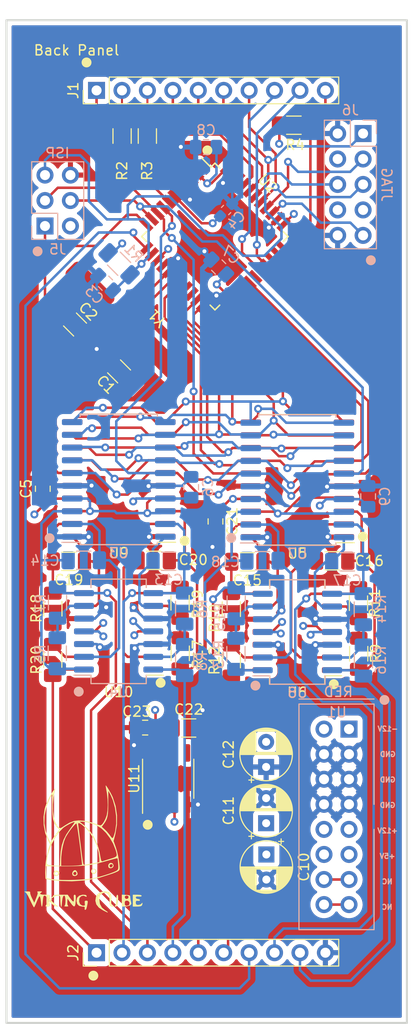
<source format=kicad_pcb>
(kicad_pcb (version 20211014) (generator pcbnew)
  (layers (0 "F.Cu" signal) (1 "In1.Cu" power "GND.Inline1") (2 "In2.Cu" power "Power.Inline2") (31 "B.Cu" signal) (34 "B.Paste" user) (35 "F.Paste" user) (36 "B.SilkS" user "B.Silkscreen") (37 "F.SilkS" user "F.Silkscreen") (38 "B.Mask" user) (39 "F.Mask" user) (44 "Edge.Cuts" user))
  (net 0 "")
  (net 1 "Net-(C1-Pad1)")
  (net 2 "GND")
  (net 3 "Net-(C2-Pad1)")
  (net 4 "/reset")
  (net 5 "Net-(C4-Pad1)")
  (net 6 "/CV4")
  (net 7 "/CV3")
  (net 8 "Net-(C13-Pad1)")
  (net 9 "Net-(C13-Pad2)")
  (net 10 "/Vel2")
  (net 11 "/Vel1")
  (net 12 "/VBUS")
  (net 13 "/D+")
  (net 14 "/D-")
  (net 15 "/Vel3")
  (net 16 "/G4")
  (net 17 "/G3")
  (net 18 "/G2")
  (net 19 "/G1")
  (net 20 "/Vel4")
  (net 21 "/CV2")
  (net 22 "/CV1")
  (net 23 "/CS4")
  (net 24 "+5V")
  (net 25 "/CS2")
  (net 26 "/CS3")
  (net 27 "Net-(R2-Pad1)")
  (net 28 "Net-(R3-Pad1)")
  (net 29 "Net-(C14-Pad1)")
  (net 30 "Net-(C14-Pad2)")
  (net 31 "unconnected-(U1-Pad13)")
  (net 32 "unconnected-(U1-Pad15)")
  (net 34 "/CS1")
  (net 35 "/D0")
  (net 36 "/D1")
  (net 37 "/D2")
  (net 38 "/D3")
  (net 39 "/D5")
  (net 40 "/D4")
  (net 41 "/D6")
  (net 42 "/D7")
  (net 43 "/DACA{slash}B")
  (net 48 "/TDO")
  (net 49 "/TDI")
  (net 51 "/PRG")
  (net 52 "/L1")
  (net 53 "/L3")
  (net 54 "/L2")
  (net 55 "Net-(C15-Pad1)")
  (net 56 "Net-(C15-Pad2)")
  (net 57 "Net-(C16-Pad1)")
  (net 58 "Net-(C16-Pad2)")
  (net 59 "Net-(C17-Pad1)")
  (net 60 "Net-(C17-Pad2)")
  (net 61 "Net-(R5-Pad2)")
  (net 62 "Net-(R6-Pad2)")
  (net 63 "Net-(R11-Pad1)")
  (net 64 "Net-(R10-Pad2)")
  (net 65 "Net-(R13-Pad2)")
  (net 66 "Net-(R14-Pad2)")
  (net 67 "Net-(R17-Pad2)")
  (net 68 "Net-(R18-Pad2)")
  (net 69 "-12V")
  (net 70 "+12V")
  (net 71 "Net-(C18-Pad1)")
  (net 72 "Net-(C18-Pad2)")
  (net 73 "Net-(C19-Pad1)")
  (net 74 "Net-(C19-Pad2)")
  (net 75 "Net-(C20-Pad1)")
  (net 76 "Net-(C20-Pad2)")
  (net 77 "+5F")
  (footprint "Capacitor_SMD:C_0805_2012Metric_Pad1.18x1.45mm_HandSolder" (layer "F.Cu") (at 65.88 49.99 -90)
    (fp_text reference "C21")
    (fp_text value "100nF")
  )
  (footprint "eurorack:HC49-4HSMX" (layer "F.Cu") (at 60.058237 33.243592 135)
    (fp_text reference "Y1")
    (fp_text value "16Mhz")
  )
  (footprint "Capacitor_SMD:C_1206_3216Metric_Pad1.33x1.80mm_HandSolder" (layer "F.Cu") (at 51.235 53.9675 180)
    (fp_text reference "C19")
    (fp_text value "15pF")
  )
  (footprint "Resistor_SMD:R_1206_3216Metric_Pad1.30x1.75mm_HandSolder" (layer "F.Cu") (at 62.3425 58.1 90)
    (fp_text reference "R19")
    (fp_text value "R-10k-1206")
  )
  (footprint "Resistor_SMD:R_1206_3216Metric_Pad1.30x1.75mm_HandSolder" (layer "F.Cu") (at 73.71 10.47)
    (fp_text reference "R4")
    (fp_text value "10k")
  )
  (footprint "Connector_PinHeader_2.54mm:PinHeader_1x10_P2.54mm_Vertical" (layer "F.Cu") (at 54 93 90)
    (fp_text reference "J2")
    (fp_text value "Conn_01x10_Male")
  )
  (footprint "Capacitor_SMD:C_1206_3216Metric_Pad1.33x1.80mm_HandSolder" (layer "F.Cu") (at 77.5375 53.91 180)
    (fp_text reference "C16")
    (fp_text value "15pF")
  )
  (footprint "Capacitor_SMD:C_0805_2012Metric_Pad1.18x1.45mm_HandSolder" (layer "F.Cu") (at 48.63 46.73 90)
    (fp_text reference "C5")
    (fp_text value "100nF")
  )
  (footprint "Package_SO:SOIC-20W_7.5x12.8mm_P1.27mm" (layer "F.Cu") (at 56.2225 45.79 180)
    (fp_text reference "U9")
    (fp_text value "TLC7528")
  )
  (footprint "Capacitor_THT:CP_Radial_D5.0mm_P2.50mm" (layer "F.Cu") (at 70.962834 83.204782 -90)
    (fp_text reference "C10")
    (fp_text value "100uF")
  )
  (footprint "eurorack:logo_small" (layer "F.Cu") (at 55.04 84.59)
    (fp_text reference "G***" hide)
    (fp_text value "LOGO" hide)
  )
  (footprint "Resistor_SMD:R_1206_3216Metric_Pad1.30x1.75mm_HandSolder" (layer "F.Cu") (at 56.55 11.55 90)
    (fp_text reference "R2")
    (fp_text value "22")
  )
  (footprint "Capacitor_SMD:C_1206_3216Metric" (layer "F.Cu") (at 63.204944 70.59)
    (fp_text reference "C22")
    (fp_text value "1uF (TANT)")
  )
  (footprint "Capacitor_THT:CP_Radial_D5.0mm_P2.50mm" (layer "F.Cu") (at 70.94 74.475113 90)
    (fp_text reference "C12")
    (fp_text value "100uF")
  )
  (footprint "Package_SO:SO-8_3.9x4.9mm_P1.27mm" (layer "F.Cu") (at 61.154944 75.65 90)
    (fp_text reference "U11")
    (fp_text value "REF195")
  )
  (footprint "Resistor_SMD:R_1206_3216Metric_Pad1.30x1.75mm_HandSolder" (layer "F.Cu") (at 67.4625 58.735 -90)
    (fp_text reference "R10")
    (fp_text value "R-10k-1206")
  )
  (footprint "Resistor_SMD:R_1206_3216Metric_Pad1.30x1.75mm_HandSolder" (layer "F.Cu") (at 49.635 58.6925 -90)
    (fp_text reference "R18")
    (fp_text value "R-10k-1206")
  )
  (footprint "Package_QFP:TQFP-44_10x10mm_P0.8mm" (layer "F.Cu") (at 65.825 21.575 -45)
    (fp_text reference "U2")
    (fp_text value "ATmega32U4-A")
  )
  (footprint "Package_SO:SOIC-20W_7.5x12.8mm_P1.27mm" (layer "F.Cu") (at 74.0625 45.835 180)
    (fp_text reference "U5")
    (fp_text value "TLC7528")
  )
  (footprint "Capacitor_SMD:C_1206_3216Metric_Pad1.33x1.80mm_HandSolder" (layer "F.Cu") (at 59.71 53.8675 180)
    (fp_text reference "C20")
    (fp_text value "15pF")
  )
  (footprint "Package_SO:SO-14_5.3x10.2mm_P1.27mm" (layer "F.Cu") (at 56.2025 60.95 180)
    (fp_text reference "U10")
    (fp_text value "TL074")
  )
  (footprint "Capacitor_SMD:C_1206_3216Metric_Pad1.33x1.80mm_HandSolder" (layer "F.Cu") (at 69.0625 54.01 180)
    (fp_text reference "C15")
    (fp_text value "15pF")
  )
  (footprint "Capacitor_SMD:C_1206_3216Metric_Pad1.33x1.80mm_HandSolder" (layer "F.Cu") (at 51.85 30.35 -45)
    (fp_text reference "C2")
    (fp_text value "18pF")
  )
  (footprint "Resistor_SMD:R_1206_3216Metric_Pad1.30x1.75mm_HandSolder" (layer "F.Cu") (at 80.1625 58.14 90)
    (fp_text reference "R11")
    (fp_text value "R-10k-1206")
  )
  (footprint "Capacitor_THT:CP_Radial_D5.0mm_P2.50mm" (layer "F.Cu") (at 70.94 80.085113 90)
    (fp_text reference "C11")
    (fp_text value "100uF")
  )
  (footprint "Capacitor_SMD:C_0805_2012Metric_Pad1.18x1.45mm_HandSolder" (layer "F.Cu") (at 58.854944 70.55 180)
    (fp_text reference "C23")
    (fp_text value "100nF (Ceramic)")
  )
  (footprint "Resistor_SMD:R_1206_3216Metric_Pad1.30x1.75mm_HandSolder" (layer "F.Cu") (at 62.36 63.1425 90)
    (fp_text reference "R17")
    (fp_text value "R-10k-1206")
  )
  (footprint "Capacitor_SMD:C_1206_3216Metric_Pad1.33x1.80mm_HandSolder" (layer "F.Cu") (at 56.25 35.025 135)
    (fp_text reference "C1")
    (fp_text value "18pF")
  )
  (footprint "Resistor_SMD:R_1206_3216Metric_Pad1.30x1.75mm_HandSolder" (layer "F.Cu") (at 59.075 11.55 90)
    (fp_text reference "R3")
    (fp_text value "22")
  )
  (footprint "Resistor_SMD:R_1206_3216Metric_Pad1.30x1.75mm_HandSolder" (layer "F.Cu") (at 67.4625 63.86 -90)
    (fp_text reference "R12")
    (fp_text value "R-10k-1206")
  )
  (footprint "Connector_PinHeader_2.54mm:PinHeader_1x10_P2.54mm_Vertical" (layer "F.Cu") (at 54 7 90)
    (fp_text reference "J1")
    (fp_text value "Conn_01x10_Male")
  )
  (footprint "Resistor_SMD:R_1206_3216Metric_Pad1.30x1.75mm_HandSolder" (layer "F.Cu") (at 80.1875 63.185 90)
    (fp_text reference "R9")
    (fp_text value "R-10k-1206")
  )
  (footprint "Package_SO:SO-14_5.3x10.2mm_P1.27mm" (layer "F.Cu") (at 74.0375 61.01 180)
    (fp_text reference "U6")
    (fp_text value "TL074")
  )
  (footprint "Resistor_SMD:R_1206_3216Metric_Pad1.30x1.75mm_HandSolder" (layer "F.Cu") (at 49.6225 63.8 -90)
    (fp_text reference "R20")
    (fp_text value "R-10k-1206")
  )
  (footprint "Capacitor_SMD:C_0805_2012Metric_Pad1.18x1.45mm_HandSolder" (layer "B.Cu") (at 64.94 12.65 180)
    (fp_text reference "C8")
    (fp_text value "100nF")
  )
  (footprint "Resistor_SMD:R_1206_3216Metric_Pad1.30x1.75mm_HandSolder" (layer "B.Cu") (at 62.8 58.6825 -90)
    (fp_text reference "R6")
    (fp_text value "R-10k-1206")
  )
  (footprint "Capacitor_SMD:C_1206_3216Metric_Pad1.33x1.80mm_HandSolder" (layer "B.Cu") (at 79.0475 54.0175)
    (fp_text reference "C17")
    (fp_text value "15pF")
  )
  (footprint "Package_SO:SOIC-20W_7.5x12.8mm_P1.27mm" (layer "B.Cu") (at 56.2125 45.8)
    (fp_text reference "U3")
    (fp_text value "TLC7528")
  )
  (footprint "Package_SO:SO-14_5.3x10.2mm_P1.27mm" (layer "B.Cu") (at 74.0725 61.0175)
    (fp_text reference "U8")
    (fp_text value "TL074")
  )
  (footprint "Capacitor_SMD:C_1206_3216Metric_Pad1.33x1.80mm_HandSolder" (layer "B.Cu") (at 70.58 53.9)
    (fp_text reference "C18")
    (fp_text value "15pF")
  )
  (footprint "Capacitor_SMD:C_0805_2012Metric_Pad1.18x1.45mm_HandSolder" (layer "B.Cu") (at 54.89 26.23 135)
    (fp_text reference "C3")
    (fp_text value "100nF")
  )
  (footprint "eurorack:power_16" (layer "B.Cu") (at 79.22 70.7 180)
    (fp_text reference "U1")
    (fp_text value "power_conn_16")
  )
  (footprint "Resistor_SMD:R_1206_3216Metric_Pad1.30x1.75mm_HandSolder" (layer "B.Cu") (at 67.9475 58.1475 90)
    (fp_text reference "R15")
    (fp_text value "R-10k-1206")
  )
  (footprint "Resistor_SMD:R_1206_3216Metric_Pad1.30x1.75mm_HandSolder" (layer "B.Cu") (at 80.6475 58.7425 -90)
    (fp_text reference "R14")
    (fp_text value "R-10k-1206")
  )
  (footprint "Capacitor_SMD:C_0805_2012Metric_Pad1.18x1.45mm_HandSolder" (layer "B.Cu") (at 66.2 24.61 135)
    (fp_text reference "C7")
    (fp_text value "100nF")
  )
  (footprint "Resistor_SMD:R_1206_3216Metric_Pad1.30x1.75mm_HandSolder" (layer "B.Cu") (at 67.9225 63.1925 90)
    (fp_text reference "R13")
    (fp_text value "R-10k-1206")
  )
  (footprint "Capacitor_SMD:C_1206_3216Metric_Pad1.33x1.80mm_HandSolder" (layer "B.Cu") (at 61.2 53.9575)
    (fp_text reference "C13")
    (fp_text value "15pF")
  )
  (footprint "Package_SO:SOIC-20W_7.5x12.8mm_P1.27mm" (layer "B.Cu") (at 74.05 45.86)
    (fp_text reference "U7")
    (fp_text value "TLC7528")
  )
  (footprint "Resistor_SMD:R_1206_3216Metric_Pad1.30x1.75mm_HandSolder" (layer "B.Cu") (at 80.66 63.86 -90)
    (fp_text reference "R16")
    (fp_text value "R-10k-1206")
  )
  (footprint "Capacitor_SMD:C_0805_2012Metric_Pad1.18x1.45mm_HandSolder" (layer "B.Cu") (at 63.45 46.58 90)
    (fp_text reference "C6")
    (fp_text value "100nF")
  )
  (footprint "Resistor_SMD:R_1206_3216Metric_Pad1.30x1.75mm_HandSolder" (layer "B.Cu") (at 56.25 24.29 -45)
    (fp_text reference "R1")
    (fp_text value "10k")
  )
  (footprint "Resistor_SMD:R_1206_3216Metric_Pad1.30x1.75mm_HandSolder" (layer "B.Cu") (at 62.8 63.8075 -90)
    (fp_text reference "R8")
    (fp_text value "R-10k-1206")
  )
  (footprint "Capacitor_SMD:C_0603_1608Metric_Pad1.08x0.95mm_HandSolder" (layer "B.Cu") (at 66.94 18.93 45)
    (fp_text reference "C4")
    (fp_text value "1u")
  )
  (footprint "Connector_PinHeader_2.54mm:PinHeader_2x05_P2.54mm_Vertical" (layer "B.Cu") (at 80.625 11.3 180)
    (fp_text reference "J6")
    (fp_text value "AVR-JTAG-10")
  )
  (footprint "Package_SO:SO-14_5.3x10.2mm_P1.27mm" (layer "B.Cu") (at 56.2025 60.95)
    (fp_text reference "U4")
    (fp_text value "TL074")
  )
  (footprint "Capacitor_SMD:C_0805_2012Metric_Pad1.18x1.45mm_HandSolder" (layer "B.Cu") (at 81.13 47.49 90)
    (fp_text reference "C9")
    (fp_text value "100nF")
  )
  (footprint "Capacitor_SMD:C_1206_3216Metric_Pad1.33x1.80mm_HandSolder" (layer "B.Cu") (at 52.725 53.8575)
    (fp_text reference "C14")
    (fp_text value "15pF")
  )
  (footprint "Resistor_SMD:R_1206_3216Metric_Pad1.30x1.75mm_HandSolder" (layer "B.Cu") (at 50.075 63.1325 90)
    (fp_text reference "R5")
    (fp_text value "R-10k-1206")
  )
  (footprint "Connector_PinHeader_2.54mm:PinHeader_2x03_P2.54mm_Vertical" (layer "B.Cu") (at 48.85 20.525)
    (fp_text reference "J5")
    (fp_text value "AVR-ISP-6")
  )
  (footprint "Resistor_SMD:R_1206_3216Metric_Pad1.30x1.75mm_HandSolder" (layer "B.Cu") (at 50.1 58.0875 90)
    (fp_text reference "R7")
    (fp_text value "R-10k-1206")
  )
  (gr_circle (center 67.45 51.63) (end 67.868688 51.63) (layer "B.SilkS") (width 0.15) (fill solid))
  (gr_circle (center 48.11 23.05) (end 48.528688 23.05) (layer "B.SilkS") (width 0.15) (fill solid))
  (gr_circle (center 52.22 66.96) (end 52.638688 66.96) (layer "B.SilkS") (width 0.15) (fill solid))
  (gr_circle (center 81.4 23.94) (end 81.818688 23.94) (layer "B.SilkS") (width 0.15) (fill solid))
  (gr_circle (center 69.87 66.36) (end 70.288688 66.36) (layer "B.SilkS") (width 0.15) (fill solid))
  (gr_circle (center 49.31 51.66) (end 49.728688 51.66) (layer "B.SilkS") (width 0.15) (fill solid))
  (gr_circle (center 82.76 67.79) (end 83.178688 67.79) (layer "B.SilkS") (width 0.15) (fill solid))
  (gr_circle (center 53 4.211312) (end 53.418688 4.211312) (layer "F.SilkS") (width 0.15) (fill solid))
  (gr_circle (center 60.4 66.08) (end 60.818688 66.08) (layer "F.SilkS") (width 0.15) (fill solid))
  (gr_circle (center 62.8 51.92) (end 63.218688 51.92) (layer "F.SilkS") (width 0.15) (fill solid))
  (gr_circle (center 80.6 51.51) (end 81.018688 51.51) (layer "F.SilkS") (width 0.15) (fill solid))
  (gr_circle (center 59.11 80.24) (end 59.528688 80.24) (layer "F.SilkS") (width 0.15) (fill solid))
  (gr_circle (center 65.07 12.98) (end 65.488688 12.98) (layer "F.SilkS") (width 0.15) (fill solid))
  (gr_circle (center 53.68 95.29) (end 54.098688 95.29) (layer "F.SilkS") (width 0.15) (fill solid))
  (gr_circle (center 77.7 66.22) (end 78.118688 66.22) (layer "F.SilkS") (width 0.15) (fill solid))
  (gr_line locked (start 85 100) (end 85 0) (layer "Edge.Cuts") (width 0.2))
  (gr_line locked (start 45 100) (end 45 0) (layer "Edge.Cuts") (width 0.2))
  (gr_line locked (start 45 0) (end 85 0) (layer "Edge.Cuts") (width 0.2))
  (gr_line locked (start 45 100) (end 85 100) (layer "Edge.Cuts") (width 0.2))
  (gr_text "ISP" (at 50.09 13.25) (layer "B.SilkS") (effects (font (size 1 1)) (justify mirror)))
  (gr_text "-12V" (at 83.09 70.67) (layer "B.SilkS") (effects (font (size 0.5 0.5) (thickness 0.125)) (justify mirror)))
  (gr_text "JTAG" (at 82.97 16.41 270) (layer "B.SilkS") (effects (font (size 1 1)) (justify mirror)))
  (gr_text "NC" (at 83.039175 85.91) (layer "B.SilkS") (effects (font (size 0.5 0.5) (thickness 0.125)) (justify mirror)))
  (gr_text "GND" (at 83.085748 75.75) (layer "B.SilkS") (effects (font (size 0.5 0.5) (thickness 0.125)) (justify mirror)))
  (gr_text "+12V" (at 83.068273 80.83) (layer "B.SilkS") (effects (font (size 0.5 0.5) (thickness 0.125)) (justify mirror)))
  (gr_text "GND" (at 83.073741 78.29) (layer "B.SilkS") (effects (font (size 0.5 0.5) (thickness 0.125)) (justify mirror)))
  (gr_text "RED" (at 78.15 66.98) (layer "B.SilkS") (effects (font (size 1 1)) (justify mirror)))
  (gr_text "GND" (at 83.095447 73.21) (layer "B.SilkS") (effects (font (size 0.5 0.5) (thickness 0.125)) (justify mirror)))
  (gr_text "NC" (at 83.024625 88.45) (layer "B.SilkS") (effects (font (size 0.5 0.5) (thickness 0.125)) (justify mirror)))
  (gr_text "+5V" (at 83.053724 83.37) (layer "B.SilkS") (effects (font (size 0.5 0.5) (thickness 0.125)) (justify mirror)))
  (gr_text "Back Panel" (at 52 3) (layer "F.SilkS") (effects (font (size 1 1))))
  (segment locked (start 57.525 30.779289) (end 57.525 29.875) (width 0.25) (layer "F.Cu") (net 1))
  (segment locked (start 57.525 29.875) (end 61.794491 25.605509) (width 0.25) (layer "F.Cu") (net 1))
  (segment locked (start 57.354854 35.946975) (end 60.058237 33.243592) (width 0.25) (layer "F.Cu") (net 1))
  (segment locked (start 59.519113 32.773402) (end 57.525 30.779289) (width 0.25) (layer "F.Cu") (net 1))
  (segment locked (start 57.354854 36.129854) (end 57.354854 35.946975) (width 0.25) (layer "F.Cu") (net 1))
  (segment locked (start 58.8 59.68) (end 59.665 59.68) (width 0.25) (layer "F.Cu") (net 2))
  (segment locked (start 71.6145 59.74) (end 70.575 59.74) (width 0.25) (layer "F.Cu") (net 2))
  (segment locked (start 72.13 62.28) (end 70.575 62.28) (width 0.25) (layer "F.Cu") (net 2))
  (segment locked (start 59.253 51.505) (end 59.238 51.52) (width 0.25) (layer "F.Cu") (net 2))
  (segment locked (start 61.397258 23.74) (end 60.66312 24.474138) (width 0.25) (layer "F.Cu") (net 2))
  (segment locked (start 62.360177 16.978806) (end 62.418806 16.978806) (width 0.25) (layer "F.Cu") (net 2))
  (segment locked (start 54.33 62.53) (end 54.02 62.22) (width 0.25) (layer "F.Cu") (net 2))
  (segment locked (start 75.89 62.28) (end 75.86 62.31) (width 0.25) (layer "F.Cu") (net 2))
  (segment locked (start 78.7125 51.55) (end 77.1055 51.55) (width 0.25) (layer "F.Cu") (net 2))
  (segment locked (start 67.592767 15.28175) (end 67.57825 15.28175) (width 0.25) (layer "F.Cu") (net 2))
  (segment locked (start 60.8725 51.505) (end 59.253 51.505) (width 0.25) (layer "F.Cu") (net 2))
  (segment locked (start 65.88 52.23) (end 65.58 52.53) (width 0.25) (layer "F.Cu") (net 2))
  (segment locked (start 48.63 45.6925) (end 49.3625 46.425) (width 0.25) (layer "F.Cu") (net 2))
  (segment locked (start 52.954854 31.729854) (end 52.954854 31.454854) (width 0.25) (layer "F.Cu") (net 2))
  (segment locked (start 62.418806 16.978806) (end 63.33 17.89) (width 0.25) (layer "F.Cu") (net 2))
  (segment locked (start 66.943936 28.433936) (end 65.97 27.46) (width 0.25) (layer "F.Cu") (net 2))
  (segment locked (start 77.07 46.47) (end 77.02 46.52) (width 0.25) (layer "F.Cu") (net 2))
  (segment locked (start 65.88 51.0275) (end 65.88 52.23) (width 0.25) (layer "F.Cu") (net 2))
  (segment locked (start 78.7125 46.47) (end 77.07 46.47) (width 0.25) (layer "F.Cu") (net 2))
  (segment locked (start 55.145146 33.920146) (end 52.954854 31.729854) (width 0.25) (layer "F.Cu") (net 2))
  (segment locked (start 59.225 46.425) (end 59.19 46.46) (width 0.25) (layer "F.Cu") (net 2))
  (segment locked (start 58.23 62.22) (end 59.665 62.22) (width 0.25) (layer "F.Cu") (net 2))
  (segment locked (start 64.59 68.81) (end 64.59 70.500056) (width 0.25) (layer "F.Cu") (net 2))
  (segment locked (start 77.5 59.74) (end 75.93 59.74) (width 0.25) (layer "F.Cu") (net 2))
  (segment locked (start 72.48 58.8745) (end 71.6145 59.74) (width 0.25) (layer "F.Cu") (net 2))
  (segment locked (start 54.02 62.22) (end 52.74 62.22) (width 0.25) (layer "F.Cu") (net 2))
  (segment locked (start 72.11825 19.807233) (end 72.082767 19.807233) (width 0.25) (layer "F.Cu") (net 2))
  (segment locked (start 64.59 70.500056) (end 64.679944 70.59) (width 0.25) (layer "F.Cu") (net 2))
  (segment locked (start 64.125 78.225) (end 64.13 78.22) (width 0.25) (layer "F.Cu") (net 2))
  (segment locked (start 69.4125 46.47) (end 71.08 46.47) (width 0.25) (layer "F.Cu") (net 2))
  (segment locked (start 53.83 59.68) (end 52.74 59.68) (width 0.25) (layer "F.Cu") (net 2))
  (segment locked (start 67.027082 28.433936) (end 66.943936 28.433936) (width 0.25) (layer "F.Cu") (net 2))
  (segment locked (start 75.93 59.74) (end 75.87 59.68) (width 0.25) (layer "F.Cu") (net 2))
  (segment locked (start 57.7 58.58) (end 58.8 59.68) (width 0.25) (layer "F.Cu") (net 2))
  (segment locked (start 62.15 23.74) (end 61.397258 23.74) (width 0.25) (layer "F.Cu") (net 2))
  (segment locked (start 57.81 62.64) (end 58.23 62.22) (width 0.25) (layer "F.Cu") (net 2))
  (segment locked (start 72.082767 19.807233) (end 71.21 20.68) (width 0.25) (layer "F.Cu") (net 2))
  (segment locked (start 53.485 46.425) (end 53.5 46.41) (width 0.25) (layer "F.Cu") (net 2))
  (segment locked (start 77.5 62.28) (end 75.89 62.28) (width 0.25) (layer "F.Cu") (net 2))
  (segment locked (start 67.57825 15.28175) (end 66.63 16.23) (width 0.25) (layer "F.Cu") (net 2))
  (segment locked (start 63.059944 78.225) (end 64.125 78.225) (width 0.25) (layer "F.Cu") (net 2))
  (segment locked (start 57.817444 70.55) (end 57.817444 72.222556) (width 0.25) (layer "F.Cu") (net 2))
  (segment locked (start 57.817444 72.222556) (end 57.74 72.3) (width 0.25) (layer "F.Cu") (net 2))
  (segment locked (start 51.5725 46.425) (end 53.485 46.425) (width 0.25) (layer "F.Cu") (net 2))
  (segment locked (start 54.96 58.55) (end 53.83 59.68) (width 0.25) (layer "F.Cu") (net 2))
  (segment locked (start 77.1055 51.55) (end 77.0755 51.52) (width 0.25) (layer "F.Cu") (net 2))
  (segment locked (start 49.3625 46.425) (end 51.5725 46.425) (width 0.25) (layer "F.Cu") (net 2))
  (segment locked (start 60.8725 46.425) (end 59.225 46.425) (width 0.25) (layer "F.Cu") (net 2))
  (via locked (at 77.0755 51.52) (size 0.8) (drill 0.4) (layers "F.Cu" "B.Cu") (net 2))
  (via locked (at 54.96 58.55) (size 0.8) (drill 0.4) (layers "F.Cu" "B.Cu") (net 2))
  (via locked (at 75.86 62.31) (size 0.8) (drill 0.4) (layers "F.Cu" "B.Cu") (net 2))
  (via locked (at 64.59 68.81) (size 0.8) (drill 0.4) (layers "F.Cu" "B.Cu") (net 2))
  (via locked (at 77.02 46.52) (size 0.8) (drill 0.4) (layers "F.Cu" "B.Cu") (net 2))
  (via locked (at 72.48 58.8745) (size 0.8) (drill 0.4) (layers "F.Cu" "B.Cu") (net 2))
  (via locked (at 59.238 51.52) (size 0.8) (drill 0.4) (layers "F.Cu" "B.Cu") (net 2))
  (via locked (at 57.74 72.3) (size 0.8) (drill 0.4) (layers "F.Cu" "B.Cu") (net 2))
  (via locked (at 65.58 52.53) (size 0.8) (drill 0.4) (layers "F.Cu" "B.Cu") (net 2))
  (via locked (at 63.33 17.89) (size 0.8) (drill 0.4) (layers "F.Cu" "B.Cu") (net 2))
  (via locked (at 71.05 51.57) (size 0.8) (drill 0.4) (layers "F.Cu" "B.Cu") (net 2))
  (via locked (at 72.13 62.28) (size 0.8) (drill 0.4) (layers "F.Cu" "B.Cu") (net 2))
  (via locked (at 59.19 46.46) (size 0.8) (drill 0.4) (layers "F.Cu" "B.Cu") (net 2))
  (via locked (at 75.87 59.68) (size 0.8) (drill 0.4) (layers "F.Cu" "B.Cu") (net 2))
  (via locked (at 64.775 23.045) (size 0.8) (drill 0.4) (layers "F.Cu" "B.Cu") (net 2))
  (via locked (at 65.97 27.46) (size 0.8) (drill 0.4) (layers "F.Cu" "B.Cu") (net 2))
  (via locked (at 54.33 62.53) (size 0.8) (drill 0.4) (layers "F.Cu" "B.Cu") (net 2))
  (via locked (at 64.13 78.22) (size 0.8) (drill 0.4) (layers "F.Cu" "B.Cu") (net 2))
  (via locked (at 71.21 20.68) (size 0.8) (drill 0.4) (layers "F.Cu" "B.Cu") (net 2))
  (via locked (at 53.21 51.53) (size 0.8) (drill 0.4) (layers "F.Cu" "B.Cu") (net 2))
  (via locked (at 62.15 23.74) (size 0.8) (drill 0.4) (layers "F.Cu" "B.Cu") (net 2))
  (via locked (at 57.7 58.58) (size 0.8) (drill 0.4) (layers "F.Cu" "B.Cu") (net 2))
  (via locked (at 57.81 62.64) (size 0.8) (drill 0.4) (layers "F.Cu" "B.Cu") (net 2))
  (via locked (at 66.63 16.23) (size 0.8) (drill 0.4) (layers "F.Cu" "B.Cu") (net 2))
  (via locked (at 71.08 46.47) (size 0.8) (drill 0.4) (layers "F.Cu" "B.Cu") (net 2))
  (via locked (at 53.5 46.41) (size 0.8) (drill 0.4) (layers "F.Cu" "B.Cu") (net 2))
  (via locked (at 54.0125 32.7875) (size 0.8) (drill 0.4) (layers "F.Cu" "B.Cu") (net 2))
  (via locked (at 62.42 12.63) (size 0.8) (drill 0.4) (layers "F.Cu" "B.Cu") (net 2))
  (segment locked (start 53.195 51.515) (end 53.21 51.53) (width 0.25) (layer "B.Cu") (net 2))
  (segment locked (start 62.44 12.65) (end 62.42 12.63) (width 0.25) (layer "B.Cu") (net 2))
  (segment locked (start 53.475 46.435) (end 53.5 46.41) (width 0.25) (layer "B.Cu") (net 2))
  (segment locked (start 57.7 58.58) (end 58.8 59.68) (width 0.25) (layer "B.Cu") (net 2))
  (segment locked (start 67.54988 18.32012) (end 67.54988 17.14988) (width 0.25) (layer "B.Cu") (net 2))
  (segment locked (start 54.02 62.22) (end 52.74 62.22) (width 0.25) (layer "B.Cu") (net 2))
  (segment locked (start 59.215 46.435) (end 59.19 46.46) (width 0.25) (layer "B.Cu") (net 2))
  (segment locked (start 54.33 62.53) (end 54.02 62.22) (width 0.25) (layer "B.Cu") (net 2))
  (segment locked (start 58.8 59.68) (end 59.665 59.68) (width 0.25) (layer "B.Cu") (net 2))
  (segment locked (start 57.81 62.64) (end 58.23 62.22) (width 0.25) (layer "B.Cu") (net 2))
  (segment locked (start 72.1225 62.2875) (end 70.61 62.2875) (width 0.25) (layer "B.Cu") (net 2))
  (segment locked (start 71.055 46.495) (end 71.08 46.47) (width 0.25) (layer "B.Cu") (net 2))
  (segment locked (start 60.8625 46.435) (end 62.5575 46.435) (width 0.25) (layer "B.Cu") (net 2))
  (segment locked (start 65.466377 23.876377) (end 65.466377 23.736377) (width 0.25) (layer "B.Cu") (net 2))
  (segment locked (start 69.4 51.575) (end 71.045 51.575) (width 0.25) (layer "B.Cu") (net 2))
  (segment locked (start 62.5575 46.435) (end 63.45 45.5425) (width 0.25) (layer "B.Cu") (net 2))
  (segment locked (start 71.607 59.7475) (end 70.61 59.7475) (width 0.25) (layer "B.Cu") (net 2))
  (segment locked (start 67.54988 17.14988) (end 66.63 16.23) (width 0.25) (layer "B.Cu") (net 2))
  (segment locked (start 60.8625 46.435) (end 59.215 46.435) (width 0.25) (layer "B.Cu") (net 2))
  (segment locked (start 63.9025 12.65) (end 62.44 12.65) (width 0.25) (layer "B.Cu") (net 2))
  (segment locked (start 71.045 51.575) (end 71.05 51.57) (width 0.25) (layer "B.Cu") (net 2))
  (segment locked (start 58.23 62.22) (end 59.665 62.22) (width 0.25) (layer "B.Cu") (net 2))
  (segment locked (start 54.96 58.55) (end 53.83 59.68) (width 0.25) (layer "B.Cu") (net 2))
  (segment locked (start 77.535 59.7475) (end 75.9375 59.7475) (width 0.25) (layer "B.Cu") (net 2))
  (segment locked (start 65.466377 23.736377) (end 64.775 23.045) (width 0.25) (layer "B.Cu") (net 2))
  (segment locked (start 75.9375 59.7475) (end 75.87 59.68) (width 0.25) (layer "B.Cu") (net 2))
  (segment locked (start 72.13 62.28) (end 72.1225 62.2875) (width 0.25) (layer "B.Cu") (net 2))
  (segment locked (start 75.8825 62.2875) (end 75.86 62.31) (width 0.25) (layer "B.Cu") (net 2))
  (segment locked (start 54.0125 25.640254) (end 54.0125 32.7875) (width 0.25) (layer "B.Cu") (net 2))
  (segment locked (start 72.48 58.8745) (end 71.607 59.7475) (width 0.25) (layer "B.Cu") (net 2))
  (segment locked (start 78.7 46.495) (end 77.045 46.495) (width 0.25) (layer "B.Cu") (net 2))
  (segment locked (start 54.156377 25.496377) (end 54.0125 25.640254) (width 0.25) (layer "B.Cu") (net 2))
  (segment locked (start 60.8375 46.46) (end 60.8625 46.435) (width 0.25) (layer "B.Cu") (net 2))
  (segment locked (start 77.045 46.495) (end 77.02 46.52) (width 0.25) (layer "B.Cu") (net 2))
  (segment locked (start 53.83 59.68) (end 52.74 59.68) (width 0.25) (layer "B.Cu") (net 2))
  (segment locked (start 77.535 62.2875) (end 75.8825 62.2875) (width 0.25) (layer "B.Cu") (net 2))
  (segment locked (start 51.5625 46.435) (end 53.475 46.435) (width 0.25) (layer "B.Cu") (net 2))
  (segment locked (start 78.7425 46.4525) (end 78.7 46.495) (width 0.25) (layer "B.Cu") (net 2))
  (segment locked (start 51.5625 51.515) (end 53.195 51.515) (width 0.25) (layer "B.Cu") (net 2))
  (segment locked (start 81.13 46.4525) (end 78.7425 46.4525) (width 0.25) (layer "B.Cu") (net 2))
  (segment locked (start 69.4 46.495) (end 71.055 46.495) (width 0.25) (layer "B.Cu") (net 2))
  (segment locked (start 50.745146 29.245146) (end 50.745146 29.121655) (width 0.25) (layer "F.Cu") (net 3))
  (segment locked (start 56.045711 29.3) (end 56.968629 29.3) (width 0.25) (layer "F.Cu") (net 3))
  (segment locked (start 52.801599 26.055888) (end 56.045711 29.3) (width 0.25) (layer "F.Cu") (net 3))
  (segment locked (start 56.968629 29.3) (end 61.228806 25.039823) (width 0.25) (layer "F.Cu") (net 3))
  (segment locked (start 50.745146 29.121655) (end 53.340723 26.526078) (width 0.25) (layer "F.Cu") (net 3))
  (segment locked (start 59.53175 23.342767) (end 59.447233 23.342767) (width 0.25) (layer "F.Cu") (net 4))
  (segment locked (start 59.447233 23.342767) (end 58.49 24.3) (width 0.25) (layer "F.Cu") (net 4))
  (via locked (at 58.49 24.3) (size 0.8) (drill 0.4) (layers "F.Cu" "B.Cu") (net 4))
  (segment locked (start 61.26 17.57) (end 58 17.57) (width 0.25) (layer "B.Cu") (net 4))
  (segment locked (start 55.623623 26.963623) (end 55.768409 26.963623) (width 0.25) (layer "B.Cu") (net 4))
  (segment locked (start 59.2 23.59) (end 59.2 20.34) (width 0.25) (layer "B.Cu") (net 4))
  (segment locked (start 53.23 14.34) (end 52.36 13.47) (width 0.25) (layer "B.Cu") (net 4))
  (segment locked (start 52.36 13.47) (end 49.35 13.47) (width 0.25) (layer "B.Cu") (net 4))
  (segment locked (start 55.768409 26.963623) (end 57.346016 25.386016) (width 0.25) (layer "B.Cu") (net 4))
  (segment locked (start 57.12 19.86) (end 55.03 19.86) (width 0.25) (layer "B.Cu") (net 4))
  (segment locked (start 70.764614 23.49) (end 68.64 23.49) (width 0.25) (layer "B.Cu") (net 4))
  (segment locked (start 57.12 18.45) (end 57.12 19.86) (width 0.25) (layer "B.Cu") (net 4))
  (segment locked (start 53.23 18.06) (end 53.23 14.34) (width 0.25) (layer "B.Cu") (net 4))
  (segment locked (start 68.64 23.49) (end 66.6 21.45) (width 0.25) (layer "B.Cu") (net 4))
  (segment locked (start 72.42 15.29) (end 71.14 15.29) (width 0.25) (layer "B.Cu") (net 4))
  (segment locked (start 58.49 24.3) (end 58.432032 24.3) (width 0.25) (layer "B.Cu") (net 4))
  (segment locked (start 59.2 20.34) (end 58.72 19.86) (width 0.25) (layer "B.Cu") (net 4))
  (segment locked (start 70.85 15.58) (end 70.85 19) (width 0.25) (layer "B.Cu") (net 4))
  (segment locked (start 58 17.57) (end 57.12 18.45) (width 0.25) (layer "B.Cu") (net 4))
  (segment locked (start 55.03 19.86) (end 53.23 18.06) (width 0.25) (layer "B.Cu") (net 4))
  (segment locked (start 58.72 19.86) (end 57.12 19.86) (width 0.25) (layer "B.Cu") (net 4))
  (segment locked (start 72.47 21.784614) (end 70.764614 23.49) (width 0.25) (layer "B.Cu") (net 4))
  (segment locked (start 70.85 19) (end 72.47 20.62) (width 0.25) (layer "B.Cu") (net 4))
  (segment locked (start 66.6 21.45) (end 65.14 21.45) (width 0.25) (layer "B.Cu") (net 4))
  (segment locked (start 49.35 13.47) (end 48.85 13.97) (width 0.25) (layer "B.Cu") (net 4))
  (segment locked (start 58.432032 24.3) (end 57.346016 25.386016) (width 0.25) (layer "B.Cu") (net 4))
  (segment locked (start 58.49 24.3) (end 59.2 23.59) (width 0.25) (layer "B.Cu") (net 4))
  (segment locked (start 71.14 15.29) (end 70.85 15.58) (width 0.25) (layer "B.Cu") (net 4))
  (segment locked (start 73.51 16.38) (end 72.42 15.29) (width 0.25) (layer "B.Cu") (net 4))
  (segment locked (start 78.085 16.38) (end 73.51 16.38) (width 0.25) (layer "B.Cu") (net 4))
  (segment locked (start 65.14 21.45) (end 61.26 17.57) (width 0.25) (layer "B.Cu") (net 4))
  (segment locked (start 48.85 13.97) (end 48.85 15.445) (width 0.25) (layer "B.Cu") (net 4))
  (segment locked (start 72.47 20.62) (end 72.47 21.784614) (width 0.25) (layer "B.Cu") (net 4))
  (segment locked (start 61.794491 17.544491) (end 64.49988 20.24988) (width 0.25) (layer "F.Cu") (net 5))
  (segment locked (start 64.49988 20.24988) (end 65.60012 20.24988) (width 0.25) (layer "F.Cu") (net 5))
  (via locked (at 65.60012 20.24988) (size 0.8) (drill 0.4) (layers "F.Cu" "B.Cu") (net 5))
  (segment locked (start 65.60012 20.24988) (end 65.62012 20.24988) (width 0.25) (layer "B.Cu") (net 5))
  (segment locked (start 65.62012 20.24988) (end 66.33012 19.53988) (width 0.25) (layer "B.Cu") (net 5))
  (segment locked (start 67.4625 65.41) (end 68.0525 64.82) (width 0.25) (layer "F.Cu") (net 6))
  (segment locked (start 67.14 92.56) (end 66.7 93) (width 0.25) (layer "F.Cu") (net 6))
  (segment locked (start 67.14 65.7325) (end 67.14 92.56) (width 0.25) (layer "F.Cu") (net 6))
  (segment locked (start 68.0525 64.82) (end 70.575 64.82) (width 0.25) (layer "F.Cu") (net 6))
  (segment locked (start 67.4625 65.41) (end 67.14 65.7325) (width 0.25) (layer "F.Cu") (net 6))
  (segment locked (start 77.5 57.2) (end 75.42 57.2) (width 0.25) (layer "F.Cu") (net 7))
  (segment locked (start 79.5525 57.2) (end 77.5 57.2) (width 0.25) (layer "F.Cu") (net 7))
  (segment locked (start 80.1625 56.59) (end 79.5525 57.2) (width 0.25) (layer "F.Cu") (net 7))
  (segment locked (start 75.42 57.2) (end 74.94 57.68) (width 0.25) (layer "F.Cu") (net 7))
  (via locked (at 74.94 57.68) (size 0.8) (drill 0.4) (layers "F.Cu" "B.Cu") (net 7))
  (segment locked (start 80.28 90.59) (end 72.66899 90.59) (width 0.25) (layer "B.Cu") (net 7))
  (segment locked (start 74.94 57.68) (end 73.85 58.77) (width 0.25) (layer "B.Cu") (net 7))
  (segment locked (start 71.78 91.47899) (end 71.78 93) (width 0.25) (layer "B.Cu") (net 7))
  (segment locked (start 81.68 69.17) (end 81.68 89.19) (width 0.25) (layer "B.Cu") (net 7))
  (segment locked (start 73.85 58.77) (end 73.85 65.26) (width 0.25) (layer "B.Cu") (net 7))
  (segment locked (start 72.66899 90.59) (end 71.78 91.47899) (width 0.25) (layer "B.Cu") (net 7))
  (segment locked (start 80.48 67.97) (end 81.68 69.17) (width 0.25) (layer "B.Cu") (net 7))
  (segment locked (start 73.85 65.26) (end 76.56 67.97) (width 0.25) (layer "B.Cu") (net 7))
  (segment locked (start 76.56 67.97) (end 80.48 67.97) (width 0.25) (layer "B.Cu") (net 7))
  (segment locked (start 81.68 89.19) (end 80.28 90.59) (width 0.25) (layer "B.Cu") (net 7))
  (segment locked (start 58.58 58.41) (end 58.28 58.11) (width 0.25) (layer "B.Cu") (net 8))
  (segment locked (start 59.665 58.41) (end 58.58 58.41) (width 0.25) (layer "B.Cu") (net 8))
  (segment locked (start 58.28 55.315) (end 59.6375 53.9575) (width 0.25) (layer "B.Cu") (net 8))
  (segment locked (start 58.28 58.11) (end 58.28 55.315) (width 0.25) (layer "B.Cu") (net 8))
  (segment locked (start 59.6375 52.74) (end 60.8625 51.515) (width 0.25) (layer "B.Cu") (net 8))
  (segment locked (start 59.6375 53.9575) (end 59.6375 52.74) (width 0.25) (layer "B.Cu") (net 8))
  (segment locked (start 62.7625 57.095) (end 62.7625 53.9575) (width 0.25) (layer "B.Cu") (net 9))
  (segment locked (start 59.665 57.14) (end 62.7925 57.14) (width 0.25) (layer "B.Cu") (net 9))
  (segment locked (start 62.1225 50.245) (end 60.8625 50.245) (width 0.25) (layer "B.Cu") (net 9))
  (segment locked (start 62.8 57.1325) (end 62.7625 57.095) (width 0.25) (layer "B.Cu") (net 9))
  (segment locked (start 62.7925 57.14) (end 62.8 57.1325) (width 0.25) (layer "B.Cu") (net 9))
  (segment locked (start 62.7625 50.885) (end 62.1225 50.245) (width 0.25) (layer "B.Cu") (net 9))
  (segment locked (start 62.7625 53.9575) (end 62.7625 50.885) (width 0.25) (layer "B.Cu") (net 9))
  (segment locked (start 83.25 68) (end 83.25 91.92) (width 0.25) (layer "B.Cu") (net 10))
  (segment locked (start 74.32 94.72) (end 74.32 93) (width 0.25) (layer "B.Cu") (net 10))
  (segment locked (start 75.39 95.79) (end 74.32 94.72) (width 0.25) (layer "B.Cu") (net 10))
  (segment locked (start 80.0775 64.8275) (end 80.66 65.41) (width 0.25) (layer "B.Cu") (net 10))
  (segment locked (start 83.25 91.92) (end 79.38 95.79) (width 0.25) (layer "B.Cu") (net 10))
  (segment locked (start 80.66 65.41) (end 83.25 68) (width 0.25) (layer "B.Cu") (net 10))
  (segment locked (start 77.535 64.8275) (end 80.0775 64.8275) (width 0.25) (layer "B.Cu") (net 10))
  (segment locked (start 79.38 95.79) (end 75.39 95.79) (width 0.25) (layer "B.Cu") (net 10))
  (segment locked (start 66.25 87.55) (end 64.16 89.64) (width 0.25) (layer "F.Cu") (net 11))
  (segment locked (start 64.16 89.64) (end 64.16 93) (width 0.25) (layer "F.Cu") (net 11))
  (segment locked (start 66.25 67.79) (end 66.25 87.55) (width 0.25) (layer "F.Cu") (net 11))
  (segment locked (start 65.64 67.18) (end 66.25 67.79) (width 0.25) (layer "F.Cu") (net 11))
  (segment locked (start 65.64 57.75) (end 65.64 67.18) (width 0.25) (layer "F.Cu") (net 11))
  (via locked (at 65.64 57.75) (size 0.8) (drill 0.4) (layers "F.Cu" "B.Cu") (net 11))
  (segment locked (start 68.5575 57.2075) (end 67.9475 56.5975) (width 0.25) (layer "B.Cu") (net 11))
  (segment locked (start 67.9475 56.5975) (end 66.7925 56.5975) (width 0.25) (layer "B.Cu") (net 11))
  (segment locked (start 70.61 57.2075) (end 68.5575 57.2075) (width 0.25) (layer "B.Cu") (net 11))
  (segment locked (start 66.7925 56.5975) (end 65.64 57.75) (width 0.25) (layer "B.Cu") (net 11))
  (segment locked (start 58.818629 15.7) (end 55.35 15.7) (width 0.25) (layer "F.Cu") (net 12))
  (segment locked (start 61.228806 18.110177) (end 58.818629 15.7) (width 0.25) (layer "F.Cu") (net 12))
  (segment locked (start 54 14.35) (end 54 7) (width 0.25) (layer "F.Cu") (net 12))
  (segment locked (start 55.35 15.7) (end 54 14.35) (width 0.25) (layer "F.Cu") (net 12))
  (segment locked (start 56.55 10) (end 56.54 9.99) (width 0.2) (layer "F.Cu") (net 13))
  (segment locked (start 56.54 9.99) (end 56.54 7) (width 0.2) (layer "F.Cu") (net 13))
  (segment locked (start 59.075 10) (end 59.08 9.995) (width 0.2) (layer "F.Cu") (net 14))
  (segment locked (start 59.08 9.995) (end 59.08 7) (width 0.2) (layer "F.Cu") (net 14))
  (segment locked (start 61.7525 57.14) (end 59.665 57.14) (width 0.25) (layer "F.Cu") (net 15))
  (segment locked (start 57.5555 57.13) (end 57.5655 57.14) (width 0.25) (layer "F.Cu") (net 15))
  (segment locked (start 62.3425 56.55) (end 61.7525 57.14) (width 0.25) (layer "F.Cu") (net 15))
  (segment locked (start 57.5655 57.14) (end 59.665 57.14) (width 0.25) (layer "F.Cu") (net 15))
  (via locked (at 57.5555 57.13) (size 0.8) (drill 0.4) (layers "F.Cu" "B.Cu") (net 15))
  (segment locked (start 57.5555 57.13) (end 56.695489 57.990011) (width 0.25) (layer "B.Cu") (net 15))
  (segment locked (start 56.695489 92.844511) (end 56.63 92.91) (width 0.25) (layer "B.Cu") (net 15))
  (segment locked (start 56.695489 57.990011) (end 56.695489 92.844511) (width 0.25) (layer "B.Cu") (net 15))
  (segment locked (start 70.421194 18.110177) (end 71.89 16.641371) (width 0.25) (layer "F.Cu") (net 16))
  (segment locked (start 71.89 16.641371) (end 71.89 13.32) (width 0.25) (layer "F.Cu") (net 16))
  (segment locked (start 69.24 10.67) (end 69.24 7) (width 0.25) (layer "F.Cu") (net 16))
  (segment locked (start 71.89 13.32) (end 69.24 10.67) (width 0.25) (layer "F.Cu") (net 16))
  (via locked (at 71.89 16.641371) (size 0.8) (drill 0.4) (layers "F.Cu" "B.Cu") (net 16))
  (segment locked (start 71.89 16.641371) (end 72.888629 17.64) (width 0.25) (layer "B.Cu") (net 16))
  (segment locked (start 72.888629 17.64) (end 79.365 17.64) (width 0.25) (layer "B.Cu") (net 16))
  (segment locked (start 79.365 17.64) (end 80.625 16.38) (width 0.25) (layer "B.Cu") (net 16))
  (segment locked (start 66.67 9.45) (end 66.67 7.03) (width 0.25) (layer "F.Cu") (net 17))
  (segment locked (start 71.15 16.25) (end 71.15 13.93) (width 0.25) (layer "F.Cu") (net 17))
  (segment locked (start 66.67 7.03) (end 66.7 7) (width 0.25) (layer "F.Cu") (net 17))
  (segment locked (start 71.15 13.93) (end 66.67 9.45) (width 0.25) (layer "F.Cu") (net 17))
  (segment locked (start 69.855509 17.544491) (end 71.15 16.25) (width 0.25) (layer "F.Cu") (net 17))
  (via locked (at 71.15 13.93) (size 0.8) (drill 0.4) (layers "F.Cu" "B.Cu") (net 17))
  (segment locked (start 80.625 11.3) (end 79.345 12.58) (width 0.25) (layer "B.Cu") (net 17))
  (segment locked (start 79.345 12.58) (end 73.014614 12.58) (width 0.25) (layer "B.Cu") (net 17))
  (segment locked (start 71.664614 13.93) (end 71.15 13.93) (width 0.25) (layer "B.Cu") (net 17))
  (segment locked (start 73.014614 12.58) (end 71.664614 13.93) (width 0.25) (layer "B.Cu") (net 17))
  (segment locked (start 64.16 9.83) (end 64.16 7) (width 0.25) (layer "F.Cu") (net 18))
  (segment locked (start 66.61 10.61) (end 64.94 10.61) (width 0.25) (layer "F.Cu") (net 18))
  (segment locked (start 64.94 10.61) (end 64.16 9.83) (width 0.25) (layer "F.Cu") (net 18))
  (segment locked (start 69.289823 16.978806) (end 70.53 15.738629) (width 0.25) (layer "F.Cu") (net 18))
  (segment locked (start 70.53 15.738629) (end 70.53 14.53) (width 0.25) (layer "F.Cu") (net 18))
  (segment locked (start 70.53 14.53) (end 66.61 10.61) (width 0.25) (layer "F.Cu") (net 18))
  (segment locked (start 61.62 10.23) (end 61.62 7) (width 0.25) (layer "F.Cu") (net 19))
  (segment locked (start 68.724138 16.41312) (end 68.72688 16.41312) (width 0.25) (layer "F.Cu") (net 19))
  (segment locked (start 66.33 11.4) (end 62.79 11.4) (width 0.25) (layer "F.Cu") (net 19))
  (segment locked (start 69.55 15.59) (end 69.55 14.62) (width 0.25) (layer "F.Cu") (net 19))
  (segment locked (start 69.55 14.62) (end 66.33 11.4) (width 0.25) (layer "F.Cu") (net 19))
  (segment locked (start 62.79 11.4) (end 61.62 10.23) (width 0.25) (layer "F.Cu") (net 19))
  (segment locked (start 68.72688 16.41312) (end 69.55 15.59) (width 0.25) (layer "F.Cu") (net 19))
  (segment locked (start 52.7325 64.7525) (end 52.74 64.76) (width 0.25) (layer "F.Cu") (net 20))
  (segment locked (start 50.22 64.7525) (end 52.7325 64.7525) (width 0.25) (layer "F.Cu") (net 20))
  (segment locked (start 49.6225 65.35) (end 50.22 64.7525) (width 0.25) (layer "F.Cu") (net 20))
  (segment locked (start 49.6225 65.35) (end 49.63 65.3575) (width 0.25) (layer "F.Cu") (net 20))
  (segment locked (start 49.63 65.3575) (end 49.63 88.63) (width 0.25) (layer "F.Cu") (net 20))
  (segment locked (start 49.63 88.63) (end 54 93) (width 0.25) (layer "F.Cu") (net 20))
  (segment locked (start 62.8 65.3575) (end 62.8 89.21) (width 0.25) (layer "B.Cu") (net 21))
  (segment locked (start 62.8 89.21) (end 61.62 90.39) (width 0.25) (layer "B.Cu") (net 21))
  (segment locked (start 59.665 64.76) (end 62.2025 64.76) (width 0.25) (layer "B.Cu") (net 21))
  (segment locked (start 61.62 90.39) (end 61.62 93) (width 0.25) (layer "B.Cu") (net 21))
  (segment locked (start 62.2025 64.76) (end 62.8 65.3575) (width 0.25) (layer "B.Cu") (net 21))
  (segment locked (start 55.93 66.36) (end 53.45 68.84) (width 0.25) (layer "F.Cu") (net 22))
  (segment locked (start 53.45 85.91) (end 59.08 91.54) (width 0.25) (layer "F.Cu") (net 22))
  (segment locked (start 55.07 57.12) (end 55.93 57.98) (width 0.25) (layer "F.Cu") (net 22))
  (segment locked (start 55.93 57.98) (end 55.93 66.36) (width 0.25) (layer "F.Cu") (net 22))
  (segment locked (start 59.08 91.54) (end 59.08 93) (width 0.25) (layer "F.Cu") (net 22))
  (segment locked (start 53.45 68.84) (end 53.45 85.91) (width 0.25) (layer "F.Cu") (net 22))
  (via locked (at 55.07 57.12) (size 0.8) (drill 0.4) (layers "F.Cu" "B.Cu") (net 22))
  (segment locked (start 55.07 57.12) (end 55.05 57.14) (width 0.25) (layer "B.Cu") (net 22))
  (segment locked (start 50.7025 57.14) (end 50.1 56.5375) (width 0.25) (layer "B.Cu") (net 22))
  (segment locked (start 55.05 57.14) (end 52.74 57.14) (width 0.25) (layer "B.Cu") (net 22))
  (segment locked (start 52.74 57.14) (end 50.7025 57.14) (width 0.25) (layer "B.Cu") (net 22))
  (segment locked (start 50.165 45.155) (end 48.85 43.84) (width 0.25) (layer "F.Cu") (net 23))
  (segment locked (start 58.003146 19.41) (end 57.02 19.41) (width 0.25) (layer "F.Cu") (net 23))
  (segment locked (start 58.966064 20.372918) (end 58.003146 19.41) (width 0.25) (layer "F.Cu") (net 23))
  (segment locked (start 53.92 22.51) (end 48.87 22.51) (width 0.25) (layer "F.Cu") (net 23))
  (segment locked (start 57.02 19.41) (end 53.92 22.51) (width 0.25) (layer "F.Cu") (net 23))
  (segment locked (start 51.5725 45.155) (end 50.165 45.155) (width 0.25) (layer "F.Cu") (net 23))
  (segment locked (start 48.85 43.84) (end 48.85 20.525) (width 0.25) (layer "F.Cu") (net 23))
  (segment locked (start 65.473146 16.27) (end 65.05 16.27) (width 0.25) (layer "F.Cu") (net 24))
  (segment locked (start 67.52825 27.86825) (end 66.01 26.35) (width 0.25) (layer "F.Cu") (net 24))
  (segment locked (start 67.027082 14.716064) (end 65.473146 16.27) (width 0.25) (layer "F.Cu") (net 24))
  (segment locked (start 51.555 47.7125) (end 51.5725 47.695) (width 0.25) (layer "F.Cu") (net 24))
  (segment locked (start 72.683936 20.346064) (end 73.71 19.32) (width 0.25) (layer "F.Cu") (net 24))
  (segment locked (start 61.1545 22.81) (end 60.097435 23.867065) (width 0.25) (layer "F.Cu") (net 24))
  (segment locked (start 64.057233 15.28175) (end 64.06175 15.28175) (width 0.25) (layer "F.Cu") (net 24))
  (segment locked (start 48.63 48.45) (end 47.79 49.29) (width 0.25) (layer "F.Cu") (net 24))
  (segment locked (start 72.683936 20.372918) (end 72.683936 20.346064) (width 0.25) (layer "F.Cu") (net 24))
  (segment locked (start 72.26 12.31) (end 72.24 12.33) (width 0.25) (layer "F.Cu") (net 24))
  (segment locked (start 67.39 47.74) (end 69.4125 47.74) (width 0.25) (layer "F.Cu") (net 24))
  (segment locked (start 64.06175 15.28175) (end 65.05 16.27) (width 0.25) (layer "F.Cu") (net 24))
  (segment locked (start 48.63 47.7125) (end 51.555 47.7125) (width 0.25) (layer "F.Cu") (net 24))
  (segment locked (start 65.88 48.9525) (end 66.1775 48.9525) (width 0.25) (layer "F.Cu") (net 24))
  (segment locked (start 66.1775 48.9525) (end 67.39 47.74) (width 0.25) (layer "F.Cu") (net 24))
  (segment locked (start 67.592767 27.86825) (end 67.52825 27.86825) (width 0.25) (layer "F.Cu") (net 24))
  (segment locked (start 48.63 47.7675) (end 48.63 48.45) (width 0.25) (layer "F.Cu") (net 24))
  (segment locked (start 60.097435 23.867065) (end 60.097435 23.908452) (width 0.25) (layer "F.Cu") (net 24))
  (segment locked (start 72.26 10.48) (end 72.26 12.31) (width 0.25) (layer "F.Cu") (net 24))
  (via locked (at 73.71 19.32) (size 0.8) (drill 0.4) (layers "F.Cu" "B.Cu") (net 24))
  (via locked (at 72.24 12.33) (size 0.8) (drill 0.4) (layers "F.Cu" "B.Cu") (net 24))
  (via locked (at 67.62 47.74) (size 0.8) (drill 0.4) (layers "F.Cu" "B.Cu") (net 24))
  (via locked (at 66.01 26.35) (size 0.8) (drill 0.4) (layers "F.Cu" "B.Cu") (net 24))
  (via locked (at 56.56 22.26) (size 0.8) (drill 0.4) (layers "F.Cu" "B.Cu") (net 24))
  (via locked (at 61.1545 22.81) (size 0.8) (drill 0.4) (layers "F.Cu" "B.Cu") (net 24))
  (via locked (at 57.66 47.99) (size 0.8) (drill 0.4) (layers "F.Cu" "B.Cu") (net 24))
  (via locked (at 47.79 49.29) (size 0.8) (drill 0.4) (layers "F.Cu" "B.Cu") (net 24))
  (via locked (at 76.3 48.41) (size 0.8) (drill 0.4) (layers "F.Cu" "B.Cu") (net 24))
  (via locked (at 65.05 16.27) (size 0.8) (drill 0.4) (layers "F.Cu" "B.Cu") (net 24))
  (segment locked (start 78.7 47.765) (end 80.3675 47.765) (width 0.25) (layer "B.Cu") (net 24))
  (segment locked (start 80.3675 47.765) (end 81.13 48.5275) (width 0.25) (layer "B.Cu") (net 24))
  (segment locked (start 57.945 47.705) (end 60.8625 47.705) (width 0.25) (layer "B.Cu") (net 24))
  (segment locked (start 66.01 26.267246) (end 66.933623 25.343623) (width 0.25) (layer "B.Cu") (net 24))
  (segment locked (start 60.8625 47.705) (end 63.3625 47.705) (width 0.25) (layer "B.Cu") (net 24))
  (segment locked (start 55.153984 23.193984) (end 55.626016 23.193984) (width 0.25) (layer "B.Cu") (net 24))
  (segment locked (start 65.05 16.27) (end 65.9775 15.3425) (width 0.25) (layer "B.Cu") (net 24))
  (segment locked (start 76.3 48.41) (end 76.945 47.765) (width 0.25) (layer "B.Cu") (net 24))
  (segment locked (start 66.01 26.35) (end 66.01 26.267246) (width 0.25) (layer "B.Cu") (net 24))
  (segment locked (start 57.66 47.99) (end 57.945 47.705) (width 0.25) (layer "B.Cu") (net 24))
  (segment locked (start 76.945 47.765) (end 78.7 47.765) (width 0.25) (layer "B.Cu") (net 24))
  (segment locked (start 63.3625 47.705) (end 63.45 47.6175) (width 0.25) (layer "B.Cu") (net 24))
  (segment locked (start 55.626016 23.193984) (end 56.56 22.26) (width 0.25) (layer "B.Cu") (net 24))
  (segment locked (start 65.9775 15.3425) (end 65.9775 12.65) (width 0.25) (layer "B.Cu") (net 24))
  (segment locked (start 63.6955 43.2355) (end 63.6955 37.02) (width 0.25) (layer "F.Cu") (net 25))
  (segment locked (start 50.125 16.71) (end 57.565887 16.71) (width 0.25) (layer "F.Cu") (net 25))
  (segment locked (start 60.73 19.874113) (end 60.097435 19.241548) (width 0.25) (layer "F.Cu") (net 25))
  (segment locked (start 61.44 21.72) (end 60.73 21.01) (width 0.25) (layer "F.Cu") (net 25))
  (segment locked (start 57.565887 16.71) (end 60.097435 19.241548) (width 0.25) (layer "F.Cu") (net 25))
  (segment locked (start 65.66 45.2) (end 63.79 43.33) (width 0.25) (layer "F.Cu") (net 25))
  (segment locked (start 60.73 21.01) (end 60.73 19.874113) (width 0.25) (layer "F.Cu") (net 25))
  (segment locked (start 48.85 17.985) (end 50.125 16.71) (width 0.25) (layer "F.Cu") (net 25))
  (segment locked (start 63.79 43.33) (end 63.6955 43.2355) (width 0.25) (layer "F.Cu") (net 25))
  (segment locked (start 69.4125 45.2) (end 65.66 45.2) (width 0.25) (layer "F.Cu") (net 25))
  (segment locked (start 61.52 21.72) (end 61.44 21.72) (width 0.25) (layer "F.Cu") (net 25))
  (via locked (at 61.52 21.72) (size 0.8) (drill 0.4) (layers "F.Cu" "B.Cu") (net 25))
  (via locked (at 63.6955 37.02) (size 0.8) (drill 0.4) (layers "F.Cu" "B.Cu") (net 25))
  (segment locked (start 63.6955 23.8955) (end 63.6955 37.02) (width 0.25) (layer "B.Cu") (net 25))
  (segment locked (start 61.52 21.72) (end 63.6955 23.8955) (width 0.25) (layer "B.Cu") (net 25))
  (segment locked (start 57.765 17.985) (end 58.35 18.57) (width 0.25) (layer "F.Cu") (net 26))
  (segment locked (start 51.39 17.985) (end 57.765 17.985) (width 0.25) (layer "F.Cu") (net 26))
  (segment locked (start 58.35 18.57) (end 58.35 18.625483) (width 0.25) (layer "F.Cu") (net 26))
  (segment locked (start 58.35 18.625483) (end 59.53175 19.807233) (width 0.25) (layer "F.Cu") (net 26))
  (via locked (at 58.35 18.57) (size 0.8) (drill 0.4) (layers "F.Cu" "B.Cu") (net 26))
  (segment locked (start 78.7 45.225) (end 80.175 45.225) (width 0.25) (layer "B.Cu") (net 26))
  (segment locked (start 66.01 22.07) (end 64.57 22.07) (width 0.25) (layer "B.Cu") (net 26))
  (segment locked (start 80.58 36.64) (end 66.01 22.07) (width 0.25) (layer "B.Cu") (net 26))
  (segment locked (start 61.07 18.57) (end 58.35 18.57) (width 0.25) (layer "B.Cu") (net 26))
  (segment locked (start 64.57 22.07) (end 61.07 18.57) (width 0.25) (layer "B.Cu") (net 26))
  (segment locked (start 80.58 44.82) (end 80.58 36.64) (width 0.25) (layer "B.Cu") (net 26))
  (segment locked (start 80.175 45.225) (end 80.58 44.82) (width 0.25) (layer "B.Cu") (net 26))
  (segment locked (start 62.925862 16.41312) (end 61.212742 14.7) (width 0.25) (layer "F.Cu") (net 27))
  (segment locked (start 61.212742 14.7) (end 57.375 14.7) (width 0.25) (layer "F.Cu") (net 27))
  (segment locked (start 57.375 14.7) (end 56.55 13.875) (width 0.25) (layer "F.Cu") (net 27))
  (segment locked (start 56.55 13.875) (end 56.55 13.1) (width 0.25) (layer "F.Cu") (net 27))
  (segment locked (start 63.491548 15.847435) (end 60.744113 13.1) (width 0.25) (layer "F.Cu") (net 28))
  (segment locked (start 60.744113 13.1) (end 59.075 13.1) (width 0.25) (layer "F.Cu") (net 28))
  (segment locked (start 52.6625 64.6825) (end 52.74 64.76) (width 0.25) (layer "B.Cu") (net 29))
  (segment locked (start 49.7175 48.975) (end 48.49 50.2025) (width 0.25) (layer "B.Cu") (net 29))
  (segment locked (start 51.5625 48.975) (end 49.7175 48.975) (width 0.25) (layer "B.Cu") (net 29))
  (segment locked (start 50.075 64.6825) (end 52.6625 64.6825) (width 0.25) (layer "B.Cu") (net 29))
  (segment locked (start 51.1625 53.8575) (end 48.49 53.8575) (width 0.25) (layer "B.Cu") (net 29))
  (segment locked (start 49.33 64.6825) (end 50.075 64.6825) (width 0.25) (layer "B.Cu") (net 29))
  (segment locked (start 48.49 63.8425) (end 49.33 64.6825) (width 0.25) (layer "B.Cu") (net 29))
  (segment locked (start 48.49 50.2025) (end 48.49 63.8425) (width 0.25) (layer "B.Cu") (net 29))
  (segment locked (start 54.2875 53.8575) (end 54.2875 50.9375) (width 0.25) (layer "B.Cu") (net 30))
  (segment locked (start 55.38 63.49) (end 56.245969 62.624031) (width 0.25) (layer "B.Cu") (net 30))
  (segment locked (start 55.2775 53.8575) (end 54.2875 53.8575) (width 0.25) (layer "B.Cu") (net 30))
  (segment locked (start 53.595 50.245) (end 51.5625 50.245) (width 0.25) (layer "B.Cu") (net 30))
  (segment locked (start 52.74 63.49) (end 55.38 63.49) (width 0.25) (layer "B.Cu") (net 30))
  (segment locked (start 54.2875 50.9375) (end 53.595 50.245) (width 0.25) (layer "B.Cu") (net 30))
  (segment locked (start 56.245969 54.825969) (end 55.2775 53.8575) (width 0.25) (layer "B.Cu") (net 30))
  (segment locked (start 56.245969 62.624031) (end 56.245969 54.825969) (width 0.25) (layer "B.Cu") (net 30))
  (segment locked (start 76.72 85.7) (end 79.22 85.7) (width 0.25) (layer "F.Cu") (net 31))
  (segment locked (start 79.22 88.2) (end 76.72 88.2) (width 0.25) (layer "F.Cu") (net 32))
  (segment locked (start 61.53 19.542742) (end 60.66312 18.675862) (width 0.25) (layer "F.Cu") (net 34))
  (segment locked (start 61.53 20.52) (end 61.53 19.542742) (width 0.25) (layer "F.Cu") (net 34))
  (via locked (at 61.53 20.52) (size 0.8) (drill 0.4) (layers "F.Cu" "B.Cu") (net 34))
  (segment locked (start 55.97 40) (end 55.97 43.95) (width 0.25) (layer "B.Cu") (net 34))
  (segment locked (start 61.53 20.52) (end 60.43 21.62) (width 0.25) (layer "B.Cu") (net 34))
  (segment locked (start 60.43 35.54) (end 55.97 40) (width 0.25) (layer "B.Cu") (net 34))
  (segment locked (start 60.43 21.62) (end 60.43 35.54) (width 0.25) (layer "B.Cu") (net 34))
  (segment locked (start 55.97 43.95) (end 57.185 45.165) (width 0.25) (layer "B.Cu") (net 34))
  (segment locked (start 57.185 45.165) (end 60.8625 45.165) (width 0.25) (layer "B.Cu") (net 34))
  (segment locked (start 68.17 43.93) (end 69.4125 43.93) (width 0.25) (layer "F.Cu") (net 35))
  (segment locked (start 66.26 44.26) (end 66.38 44.38) (width 0.25) (layer "F.Cu") (net 35))
  (segment locked (start 69.4225 43.94) (end 72.33 43.94) (width 0.25) (layer "F.Cu") (net 35))
  (segment locked (start 69.4125 43.93) (end 69.4225 43.94) (width 0.25) (layer "F.Cu") (net 35))
  (segment locked (start 64.42 42.875717) (end 64.42 33.32) (width 0.25) (layer "F.Cu") (net 35))
  (segment locked (start 57.050088 44.819912) (end 54.429912 44.819912) (width 0.25) (layer "F.Cu") (net 35))
  (segment locked (start 66.26 44.26) (end 65.804283 44.26) (width 0.25) (layer "F.Cu") (net 35))
  (segment locked (start 64.42 33.32) (end 60.8 29.7) (width 0.25) (layer "F.Cu") (net 35))
  (segment locked (start 66.38 44.38) (end 67.72 44.38) (width 0.25) (layer "F.Cu") (net 35))
  (segment locked (start 72.33 43.94) (end 73.06 44.67) (width 0.25) (layer "F.Cu") (net 35))
  (segment locked (start 58.19 43.68) (end 57.050088 44.819912) (width 0.25) (layer "F.Cu") (net 35))
  (segment locked (start 60.8 29.7) (end 60.8 27.731371) (width 0.25) (layer "F.Cu") (net 35))
  (segment locked (start 60.8 27.731371) (end 62.360177 26.171194) (width 0.25) (layer "F.Cu") (net 35))
  (segment locked (start 65.804283 44.26) (end 64.42 42.875717) (width 0.25) (layer "F.Cu") (net 35))
  (segment locked (start 53.495 43.885) (end 51.5725 43.885) (width 0.25) (layer "F.Cu") (net 35))
  (segment locked (start 67.72 44.38) (end 68.17 43.93) (width 0.25) (layer "F.Cu") (net 35))
  (segment locked (start 54.429912 44.819912) (end 53.495 43.885) (width 0.25) (layer "F.Cu") (net 35))
  (via locked (at 58.19 43.68) (size 0.8) (drill 0.4) (layers "F.Cu" "B.Cu") (net 35))
  (via locked (at 73.06 44.67) (size 0.8) (drill 0.4) (layers "F.Cu" "B.Cu") (net 35))
  (via locked (at 66.26 44.26) (size 0.8) (drill 0.4) (layers "F.Cu" "B.Cu") (net 35))
  (segment locked (start 76.975 43.955) (end 78.7 43.955) (width 0.25) (layer "B.Cu") (net 35))
  (segment locked (start 62.2845 44.1445) (end 62.035 43.895) (width 0.25) (layer "B.Cu") (net 35))
  (segment locked (start 73.06 44.67) (end 73.29 44.44) (width 0.25) (layer "B.Cu") (net 35))
  (segment locked (start 66.1445 44.1445) (end 62.2845 44.1445) (width 0.25) (layer "B.Cu") (net 35))
  (segment locked (start 76.49 44.44) (end 76.975 43.955) (width 0.25) (layer "B.Cu") (net 35))
  (segment locked (start 58.19 43.68) (end 58.405 43.895) (width 0.25) (layer "B.Cu") (net 35))
  (segment locked (start 62.035 43.895) (end 60.8625 43.895) (width 0.25) (layer "B.Cu") (net 35))
  (segment locked (start 73.29 44.44) (end 76.49 44.44) (width 0.25) (layer "B.Cu") (net 35))
  (segment locked (start 58.405 43.895) (end 60.8625 43.895) (width 0.25) (layer "B.Cu") (net 35))
  (segment locked (start 66.26 44.26) (end 66.1445 44.1445) (width 0.25) (layer "B.Cu") (net 35))
  (segment locked (start 53.225 42.615) (end 51.5725 42.615) (width 0.25) (layer "F.Cu") (net 36))
  (segment locked (start 73.37 43.48) (end 72.205386 43.48) (width 0.25) (layer "F.Cu") (net 36))
  (segment locked (start 65.05 33.3) (end 61.24952 29.49952) (width 0.25) (layer "F.Cu") (net 36))
  (segment locked (start 67.16 43.08) (end 66.58 43.08) (width 0.25) (layer "F.Cu") (net 36))
  (segment locked (start 65.05 41.55) (end 65.05 33.3) (width 0.25) (layer "F.Cu") (net 36))
  (segment locked (start 71.385386 42.66) (end 69.4125 42.66) (width 0.25) (layer "F.Cu") (net 36))
  (segment locked (start 53.9495 43.3395) (end 53.225 42.615) (width 0.25) (layer "F.Cu") (net 36))
  (segment locked (start 72.205386 43.48) (end 71.385386 42.66) (width 0.25) (layer "F.Cu") (net 36))
  (segment locked (start 67.16 43.08) (end 67.58 42.66) (width 0.25) (layer "F.Cu") (net 36))
  (segment locked (start 66.58 43.08) (end 65.05 41.55) (width 0.25) (layer "F.Cu") (net 36))
  (segment locked (start 57.250285 43.3395) (end 53.9495 43.3395) (width 0.25) (layer "F.Cu") (net 36))
  (segment locked (start 61.24952 29.49952) (end 61.24952 28.413222) (width 0.25) (layer "F.Cu") (net 36))
  (segment locked (start 67.58 42.66) (end 69.4125 42.66) (width 0.25) (layer "F.Cu") (net 36))
  (segment locked (start 61.24952 28.413222) (end 62.925862 26.73688) (width 0.25) (layer "F.Cu") (net 36))
  (via locked (at 67.16 43.08) (size 0.8) (drill 0.4) (layers "F.Cu" "B.Cu") (net 36))
  (via locked (at 73.37 43.48) (size 0.8) (drill 0.4) (layers "F.Cu" "B.Cu") (net 36))
  (via locked (at 57.250285 43.3395) (size 0.8) (drill 0.4) (layers "F.Cu" "B.Cu") (net 36))
  (segment locked (start 78.685 42.67) (end 78.7 42.685) (width 0.25) (layer "B.Cu") (net 36))
  (segment locked (start 74.18 42.67) (end 78.685 42.67) (width 0.25) (layer "B.Cu") (net 36))
  (segment locked (start 61.825 42.625) (end 60.8625 42.625) (width 0.25) (layer "B.Cu") (net 36))
  (segment locked (start 73.37 43.48) (end 74.18 42.67) (width 0.25) (layer "B.Cu") (net 36))
  (segment locked (start 66.82 43.42) (end 62.62 43.42) (width 0.25) (layer "B.Cu") (net 36))
  (segment locked (start 67.16 43.08) (end 66.82 43.42) (width 0.25) (layer "B.Cu") (net 36))
  (segment locked (start 57.964785 42.625) (end 60.8625 42.625) (width 0.25) (layer "B.Cu") (net 36))
  (segment locked (start 62.62 43.42) (end 61.825 42.625) (width 0.25) (layer "B.Cu") (net 36))
  (segment locked (start 57.250285 43.3395) (end 57.964785 42.625) (width 0.25) (layer "B.Cu") (net 36))
  (segment locked (start 51.9375 41.71) (end 51.5725 41.345) (width 0.25) (layer "F.Cu") (net 37))
  (segment locked (start 69.3425 41.32) (end 69.4125 41.39) (width 0.25) (layer "F.Cu") (net 37))
  (segment locked (start 62.1 28.694113) (end 62.1 29.714281) (width 0.25) (layer "F.Cu") (net 37))
  (segment locked (start 66.27 41.32) (end 69.3425 41.32) (width 0.25) (layer "F.Cu") (net 37))
  (segment locked (start 63.491548 27.302565) (end 62.1 28.694113) (width 0.25) (layer "F.Cu") (net 37))
  (segment locked (start 62.1 29.714281) (end 66.24 33.854281) (width 0.25) (layer "F.Cu") (net 37))
  (segment locked (start 66.24 41.29) (end 66.27 41.32) (width 0.25) (layer "F.Cu") (net 37))
  (segment locked (start 58.18 41.71) (end 51.9375 41.71) (width 0.25) (layer "F.Cu") (net 37))
  (segment locked (start 71.62 41.39) (end 71.68 41.33) (width 0.25) (layer "F.Cu") (net 37))
  (segment locked (start 69.4125 41.39) (end 71.62 41.39) (width 0.25) (layer "F.Cu") (net 37))
  (segment locked (start 66.24 33.854281) (end 66.24 41.29) (width 0.25) (layer "F.Cu") (net 37))
  (via locked (at 71.68 41.33) (size 0.8) (drill 0.4) (layers "F.Cu" "B.Cu") (net 37))
  (via locked (at 66.24 41.29) (size 0.8) (drill 0.4) (layers "F.Cu" "B.Cu") (net 37))
  (via locked (at 58.18 41.71) (size 0.8) (drill 0.4) (layers "F.Cu" "B.Cu") (net 37))
  (segment locked (start 78.615 41.33) (end 78.7 41.415) (width 0.25) (layer "B.Cu") (net 37))
  (segment locked (start 66.175 41.355) (end 60.8625 41.355) (width 0.25) (layer "B.Cu") (net 37))
  (segment locked (start 71.68 41.33) (end 78.615 41.33) (width 0.25) (layer "B.Cu") (net 37))
  (segment locked (start 66.24 41.29) (end 66.175 41.355) (width 0.25) (layer "B.Cu") (net 37))
  (segment locked (start 58.535 41.355) (end 60.8625 41.355) (width 0.25) (layer "B.Cu") (net 37))
  (segment locked (start 58.18 41.71) (end 58.535 41.355) (width 0.25) (layer "B.Cu") (net 37))
  (segment locked (start 62.88 29.858564) (end 67.56 34.538564) (width 0.25) (layer "F.Cu") (net 38))
  (segment locked (start 62.88 29.045483) (end 62.88 29.858564) (width 0.25) (layer "F.Cu") (net 38))
  (segment locked (start 70.14 38.7545) (end 70.14 39.3925) (width 0.25) (layer "F.Cu") (net 38))
  (segment locked (start 70.14 39.3925) (end 69.4125 40.12) (width 0.25) (layer "F.Cu") (net 38))
  (segment locked (start 69.4025 40.11) (end 69.4125 40.12) (width 0.25) (layer "F.Cu") (net 38))
  (segment locked (start 58.372701 39.547299) (end 58.365402 39.54) (width 0.25) (layer "F.Cu") (net 38))
  (segment locked (start 67.64 40.11) (end 69.4025 40.11) (width 0.25) (layer "F.Cu") (net 38))
  (segment locked (start 67.56 34.538564) (end 67.56 40.03) (width 0.25) (layer "F.Cu") (net 38))
  (segment locked (start 64.057233 27.86825) (end 62.88 29.045483) (width 0.25) (layer "F.Cu") (net 38))
  (segment locked (start 58.365402 39.54) (end 52.1075 39.54) (width 0.25) (layer "F.Cu") (net 38))
  (segment locked (start 52.1075 39.54) (end 51.5725 40.075) (width 0.25) (layer "F.Cu") (net 38))
  (segment locked (start 67.56 40.03) (end 67.64 40.11) (width 0.25) (layer "F.Cu") (net 38))
  (via locked (at 67.56 40.03) (size 0.8) (drill 0.4) (layers "F.Cu" "B.Cu") (net 38))
  (via locked (at 70.14 38.7545) (size 0.8) (drill 0.4) (layers "F.Cu" "B.Cu") (net 38))
  (via locked (at 58.372701 39.547299) (size 0.8) (drill 0.4) (layers "F.Cu" "B.Cu") (net 38))
  (segment locked (start 70.14 38.7545) (end 71.550016 38.7545) (width 0.25) (layer "B.Cu") (net 38))
  (segment locked (start 58.372701 39.547299) (end 58.475402 39.65) (width 0.25) (layer "B.Cu") (net 38))
  (segment locked (start 61.582413 39.365087) (end 60.8625 40.085) (width 0.25) (layer "B.Cu") (net 38))
  (segment locked (start 72.940516 40.145) (end 78.7 40.145) (width 0.25) (layer "B.Cu") (net 38))
  (segment locked (start 58.475402 39.65) (end 60.4275 39.65) (width 0.25) (layer "B.Cu") (net 38))
  (segment locked (start 67.56 40.03) (end 66.895087 39.365087) (width 0.25) (layer "B.Cu") (net 38))
  (segment locked (start 60.4275 39.65) (end 60.8625 40.085) (width 0.25) (layer "B.Cu") (net 38))
  (segment locked (start 71.550016 38.7545) (end 72.940516 40.145) (width 0.25) (layer "B.Cu") (net 38))
  (segment locked (start 66.895087 39.365087) (end 61.582413 39.365087) (width 0.25) (layer "B.Cu") (net 38))
  (segment locked (start 73.180902 41.41) (end 78.6925 41.41) (width 0.25) (layer "F.Cu") (net 39))
  (segment locked (start 66.516423 32.846423) (end 71.69776 38.02776) (width 0.25) (layer "F.Cu") (net 39))
  (segment locked (start 63.71 30.052846) (end 66.503577 32.846423) (width 0.25) (layer "F.Cu") (net 39))
  (segment locked (start 62.920402 40.089598) (end 61.665 41.345) (width 0.25) (layer "F.Cu") (net 39))
  (segment locked (start 61.665 41.345) (end 60.8725 41.345) (width 0.25) (layer "F.Cu") (net 39))
  (segment locked (start 66.503577 32.846423) (end 66.516423 32.846423) (width 0.25) (layer "F.Cu") (net 39))
  (segment locked (start 53.61 40.64) (end 58.47 40.64) (width 0.25) (layer "F.Cu") (net 39))
  (segment locked (start 71.69776 39.926858) (end 73.180902 41.41) (width 0.25) (layer "F.Cu") (net 39))
  (segment locked (start 59.175 41.345) (end 60.8725 41.345) (width 0.25) (layer "F.Cu") (net 39))
  (segment locked (start 58.47 40.64) (end 59.175 41.345) (width 0.25) (layer "F.Cu") (net 39))
  (segment locked (start 64.622918 28.433936) (end 63.71 29.346854) (width 0.25) (layer "F.Cu") (net 39))
  (segment locked (start 78.6925 41.41) (end 78.7125 41.39) (width 0.25) (layer "F.Cu") (net 39))
  (segment locked (start 71.69776 38.02776) (end 71.69776 39.926858) (width 0.25) (layer "F.Cu") (net 39))
  (segment locked (start 53.55 40.7) (end 53.61 40.64) (width 0.25) (layer "F.Cu") (net 39))
  (segment locked (start 63.71 29.346854) (end 63.71 30.052846) (width 0.25) (layer "F.Cu") (net 39))
  (via locked (at 71.69776 39.926858) (size 0.8) (drill 0.4) (layers "F.Cu" "B.Cu") (net 39))
  (via locked (at 53.55 40.7) (size 0.8) (drill 0.4) (layers "F.Cu" "B.Cu") (net 39))
  (via locked (at 62.920402 40.089598) (size 0.8) (drill 0.4) (layers "F.Cu" "B.Cu") (net 39))
  (segment locked (start 53.55 40.7) (end 53.07 40.7) (width 0.25) (layer "B.Cu") (net 39))
  (segment locked (start 53.07 40.7) (end 52.415 41.355) (width 0.25) (layer "B.Cu") (net 39))
  (segment locked (start 62.920402 40.089598) (end 66.169598 40.089598) (width 0.25) (layer "B.Cu") (net 39))
  (segment locked (start 70.209618 41.415) (end 69.4 41.415) (width 0.25) (layer "B.Cu") (net 39))
  (segment locked (start 71.69776 39.926858) (end 70.209618 41.415) (width 0.25) (layer "B.Cu") (net 39))
  (segment locked (start 66.169598 40.089598) (end 67.39 41.31) (width 0.25) (layer "B.Cu") (net 39))
  (segment locked (start 67.39 41.31) (end 69.295 41.31) (width 0.25) (layer "B.Cu") (net 39))
  (segment locked (start 69.295 41.31) (end 69.4 41.415) (width 0.25) (layer "B.Cu") (net 39))
  (segment locked (start 52.415 41.355) (end 51.5625 41.355) (width 0.25) (layer "B.Cu") (net 39))
  (segment locked (start 62.91 38.0375) (end 60.8725 40.075) (width 0.25) (layer "F.Cu") (net 40))
  (segment locked (start 72.62 38.01) (end 72.61 38) (width 0.25) (layer "F.Cu") (net 40))
  (segment locked (start 72.61 31.754113) (end 68.158452 27.302565) (width 0.25) (layer "F.Cu") (net 40))
  (segment locked (start 77.5325 38.94) (end 78.7125 40.12) (width 0.25) (layer "F.Cu") (net 40))
  (segment locked (start 59.925 40.075) (end 60.8725 40.075) (width 0.25) (layer "F.Cu") (net 40))
  (segment locked (start 54.63 38.65) (end 58.5 38.65) (width 0.25) (layer "F.Cu") (net 40))
  (segment locked (start 62.91 38.03) (end 62.91 38.0375) (width 0.25) (layer "F.Cu") (net 40))
  (segment locked (start 72.62 38.01) (end 73.55 38.94) (width 0.25) (layer "F.Cu") (net 40))
  (segment locked (start 72.61 38) (end 72.61 31.754113) (width 0.25) (layer "F.Cu") (net 40))
  (segment locked (start 73.55 38.94) (end 77.5325 38.94) (width 0.25) (layer "F.Cu") (net 40))
  (segment locked (start 58.5 38.65) (end 59.925 40.075) (width 0.25) (layer "F.Cu") (net 40))
  (via locked (at 72.62 38.01) (size 0.8) (drill 0.4) (layers "F.Cu" "B.Cu") (net 40))
  (via locked (at 62.91 38.03) (size 0.8) (drill 0.4) (layers "F.Cu" "B.Cu") (net 40))
  (via locked (at 54.63 38.65) (size 0.8) (drill 0.4) (layers "F.Cu" "B.Cu") (net 40))
  (segment locked (start 52.9975 38.65) (end 51.5625 40.085) (width 0.25) (layer "B.Cu") (net 40))
  (segment locked (start 72.62 38.01) (end 72.6 38.03) (width 0.25) (layer "B.Cu") (net 40))
  (segment locked (start 69.4 38.099989) (end 69.4 40.145) (width 0.25) (layer "B.Cu") (net 40))
  (segment locked (start 72.6 38.03) (end 62.91 38.03) (width 0.25) (layer "B.Cu") (net 40))
  (segment locked (start 54.63 38.65) (end 52.9975 38.65) (width 0.25) (layer "B.Cu") (net 40))
  (segment locked (start 80.47 38.482742) (end 80.47 41.95) (width 0.25) (layer "F.Cu") (net 41))
  (segment locked (start 68.724138 26.73688) (end 80.47 38.482742) (width 0.25) (layer "F.Cu") (net 41))
  (segment locked (start 80.47 41.95) (end 79.76 42.66) (width 0.25) (layer "F.Cu") (net 41))
  (segment locked (start 62.79 42.47) (end 62.645 42.615) (width 0.25) (layer "F.Cu") (net 41))
  (segment locked (start 62.645 42.615) (end 60.8725 42.615) (width 0.25) (layer "F.Cu") (net 41))
  (segment locked (start 79.76 42.66) (end 78.7125 42.66) (width 0.25) (layer "F.Cu") (net 41))
  (segment locked (start 78.7125 42.66) (end 72.53 42.66) (width 0.25) (layer "F.Cu") (net 41))
  (segment locked (start 72.53 42.66) (end 72.47 42.72) (width 0.25) (layer "F.Cu") (net 41))
  (segment locked (start 54.87 42.615) (end 60.8725 42.615) (width 0.25) (layer "F.Cu") (net 41))
  (via locked (at 54.87 42.615) (size 0.8) (drill 0.4) (layers "F.Cu" "B.Cu") (net 41))
  (via locked (at 62.79 42.47) (size 0.8) (drill 0.4) (layers "F.Cu" "B.Cu") (net 41))
  (via locked (at 72.47 42.72) (size 0.8) (drill 0.4) (layers "F.Cu" "B.Cu") (net 41))
  (segment locked (start 62.79 42.47) (end 63.17 42.09) (width 0.25) (layer "B.Cu") (net 41))
  (segment locked (start 68.145 42.685) (end 69.4 42.685) (width 0.25) (layer "B.Cu") (net 41))
  (segment locked (start 72.47 42.72) (end 72.435 42.685) (width 0.25) (layer "B.Cu") (net 41))
  (segment locked (start 63.17 42.09) (end 67.55 42.09) (width 0.25) (layer "B.Cu") (net 41))
  (segment locked (start 51.6275 42.56) (end 51.5625 42.625) (width 0.25) (layer "B.Cu") (net 41))
  (segment locked (start 54.815 42.56) (end 51.6275 42.56) (width 0.25) (layer "B.Cu") (net 41))
  (segment locked (start 54.87 42.615) (end 54.815 42.56) (width 0.25) (layer "B.Cu") (net 41))
  (segment locked (start 72.435 42.685) (end 69.4 42.685) (width 0.25) (layer "B.Cu") (net 41))
  (segment locked (start 67.55 42.09) (end 68.145 42.685) (width 0.25) (layer "B.Cu") (net 41))
  (segment locked (start 78.6425 44) (end 78.7125 43.93) (width 0.25) (layer "F.Cu") (net 42))
  (segment locked (start 61.935 43.885) (end 60.8725 43.885) (width 0.25) (layer "F.Cu") (net 42))
  (segment locked (start 55.8 45.73) (end 57.33 45.73) (width 0.25) (layer "F.Cu") (net 42))
  (segment locked (start 81.14952 43.24048) (end 81.14952 37.98952) (width 0.25) (layer "F.Cu") (net 42))
  (segment locked (start 65.12 45.85) (end 65.08 45.81) (width 0.25) (layer "F.Cu") (net 42))
  (segment locked (start 63.86 45.81) (end 61.935 43.885) (width 0.25) (layer "F.Cu") (net 42))
  (segment locked (start 59.175 43.885) (end 60.8725 43.885) (width 0.25) (layer "F.Cu") (net 42))
  (segment locked (start 81.14952 37.98952) (end 69.331194 26.171194) (width 0.25) (layer "F.Cu") (net 42))
  (segment locked (start 75.791356 44) (end 78.6425 44) (width 0.25) (layer "F.Cu") (net 42))
  (segment locked (start 73.412977 46.378379) (end 75.791356 44) (width 0.25) (layer "F.Cu") (net 42))
  (segment locked (start 78.7125 43.93) (end 80.46 43.93) (width 0.25) (layer "F.Cu") (net 42))
  (segment locked (start 80.46 43.93) (end 81.14952 43.24048) (width 0.25) (layer "F.Cu") (net 42))
  (segment locked (start 57.33 45.73) (end 59.175 43.885) (width 0.25) (layer "F.Cu") (net 42))
  (segment locked (start 69.331194 26.171194) (end 69.289823 26.171194) (width 0.25) (layer "F.Cu") (net 42))
  (segment locked (start 65.08 45.81) (end 63.86 45.81) (width 0.25) (layer "F.Cu") (net 42))
  (via locked (at 65.12 45.85) (size 0.8) (drill 0.4) (layers "F.Cu" "B.Cu") (net 42))
  (via locked (at 73.412977 46.378379) (size 0.8) (drill 0.4) (layers "F.Cu" "B.Cu") (net 42))
  (via locked (at 55.8 45.73) (size 0.8) (drill 0.4) (layers "F.Cu" "B.Cu") (net 42))
  (segment locked (start 70.989598 43.955) (end 69.4 43.955) (width 0.25) (layer "B.Cu") (net 42))
  (segment locked (start 54.506857 44.82) (end 53.581857 43.895) (width 0.25) (layer "B.Cu") (net 42))
  (segment locked (start 65.12 45.85) (end 66.22 45.85) (width 0.25) (layer "B.Cu") (net 42))
  (segment locked (start 68.115 43.955) (end 69.4 43.955) (width 0.25) (layer "B.Cu") (net 42))
  (segment locked (start 54.89 44.82) (end 54.506857 44.82) (width 0.25) (layer "B.Cu") (net 42))
  (segment locked (start 66.22 45.85) (end 68.115 43.955) (width 0.25) (layer "B.Cu") (net 42))
  (segment locked (start 55.8 45.73) (end 54.89 44.82) (width 0.25) (layer "B.Cu") (net 42))
  (segment locked (start 53.581857 43.895) (end 51.5625 43.895) (width 0.25) (layer "B.Cu") (net 42))
  (segment locked (start 73.412977 46.378379) (end 70.989598 43.955) (width 0.25) (layer "B.Cu") (net 42))
  (segment locked (start 66.104511 47.234511) (end 64.144511 47.234511) (width 0.25) (layer "F.Cu") (net 43))
  (segment locked (start 71.552565 23.992565) (end 81.7 34.14) (width 0.25) (layer "F.Cu") (net 43))
  (segment locked (start 78.6325 45.28) (end 78.7125 45.2) (width 0.25) (layer "F.Cu") (net 43))
  (segment locked (start 81.7 34.14) (end 81.7 44.37) (width 0.25) (layer "F.Cu") (net 43))
  (segment locked (start 78.7225 45.21) (end 78.7125 45.2) (width 0.25) (layer "F.Cu") (net 43))
  (segment locked (start 73.45 47.44) (end 75.61 45.28) (width 0.25) (layer "F.Cu") (net 43))
  (segment locked (start 75.61 45.28) (end 78.6325 45.28) (width 0.25) (layer "F.Cu") (net 43))
  (segment locked (start 81.7 44.37) (end 80.86 45.21) (width 0.25) (layer "F.Cu") (net 43))
  (segment locked (start 80.86 45.21) (end 78.7225 45.21) (width 0.25) (layer "F.Cu") (net 43))
  (segment locked (start 59.275 45.155) (end 60.8725 45.155) (width 0.25) (layer "F.Cu") (net 43))
  (segment locked (start 62.065 45.155) (end 60.8725 45.155) (width 0.25) (layer "F.Cu") (net 43))
  (segment locked (start 56.02 47.31) (end 57.12 47.31) (width 0.25) (layer "F.Cu") (net 43))
  (segment locked (start 57.12 47.31) (end 59.275 45.155) (width 0.25) (layer "F.Cu") (net 43))
  (segment locked (start 56.01 47.3) (end 56.02 47.31) (width 0.25) (layer "F.Cu") (net 43))
  (segment locked (start 64.144511 47.234511) (end 62.065 45.155) (width 0.25) (layer "F.Cu") (net 43))
  (segment locked (start 66.19 47.32) (end 66.104511 47.234511) (width 0.25) (layer "F.Cu") (net 43))
  (segment locked (start 71.552565 23.908452) (end 71.552565 23.992565) (width 0.25) (layer "F.Cu") (net 43))
  (via locked (at 73.45 47.44) (size 0.8) (drill 0.4) (layers "F.Cu" "B.Cu") (net 43))
  (via locked (at 56.01 47.3) (size 0.8) (drill 0.4) (layers "F.Cu" "B.Cu") (net 43))
  (via locked (at 66.19 47.32) (size 0.8) (drill 0.4) (layers "F.Cu" "B.Cu") (net 43))
  (segment locked (start 53.875 45.165) (end 51.5625 45.165) (width 0.25) (layer "B.Cu") (net 43))
  (segment locked (start 66.19 47.32) (end 68.285 45.225) (width 0.25) (layer "B.Cu") (net 43))
  (segment locked (start 56.01 47.3) (end 53.875 45.165) (width 0.25) (layer "B.Cu") (net 43))
  (segment locked (start 73.45 47.44) (end 71.235 45.225) (width 0.25) (layer "B.Cu") (net 43))
  (segment locked (start 71.235 45.225) (end 69.4 45.225) (width 0.25) (layer "B.Cu") (net 43))
  (segment locked (start 68.285 45.225) (end 69.4 45.225) (width 0.25) (layer "B.Cu") (net 43))
  (segment locked (start 73.13 14.12) (end 73.13 16.62) (width 0.25) (layer "F.Cu") (net 48))
  (segment locked (start 71.074138 18.675862) (end 70.98688 18.675862) (width 0.25) (layer "F.Cu") (net 48))
  (segment locked (start 73.13 16.62) (end 71.074138 18.675862) (width 0.25) (layer "F.Cu") (net 48))
  (via locked (at 73.13 14.12) (size 0.8) (drill 0.4) (layers "F.Cu" "B.Cu") (net 48))
  (segment locked (start 79.345 15.12) (end 80.625 13.84) (width 0.25) (layer "B.Cu") (net 48))
  (segment locked (start 74.13 15.12) (end 79.345 15.12) (width 0.25) (layer "B.Cu") (net 48))
  (segment locked (start 73.13 14.12) (end 74.13 15.12) (width 0.25) (layer "B.Cu") (net 48))
  (segment locked (start 71.552565 19.241548) (end 71.639038 19.241548) (width 0.25) (layer "F.Cu") (net 49))
  (segment locked (start 71.639038 19.241548) (end 72.583482 18.297104) (width 0.25) (layer "F.Cu") (net 49))
  (via locked (at 72.583482 18.297104) (size 0.8) (drill 0.4) (layers "F.Cu" "B.Cu") (net 49))
  (segment locked (start 72.583482 18.297104) (end 74.507104 18.297104) (width 0.25) (layer "B.Cu") (net 49))
  (segment locked (start 76.4 20.19) (end 79.355 20.19) (width 0.25) (layer "B.Cu") (net 49))
  (segment locked (start 79.355 20.19) (end 80.625 21.46) (width 0.25) (layer "B.Cu") (net 49))
  (segment locked (start 74.507104 18.297104) (end 76.4 20.19) (width 0.25) (layer "B.Cu") (net 49))
  (segment locked (start 76.86 8.55) (end 76.86 7) (width 0.25) (layer "F.Cu") (net 51))
  (segment locked (start 72.683936 22.777082) (end 75.36 20.101018) (width 0.25) (layer "F.Cu") (net 51))
  (segment locked (start 75.36 20.101018) (end 75.36 10.05) (width 0.25) (layer "F.Cu") (net 51))
  (segment locked (start 75.36 10.05) (end 76.86 8.55) (width 0.25) (layer "F.Cu") (net 51))
  (segment locked (start 68.53 21.82) (end 68.53 23.148629) (width 0.25) (layer "F.Cu") (net 52))
  (segment locked (start 68.53 23.148629) (end 70.421194 25.039823) (width 0.25) (layer "F.Cu") (net 52))
  (via locked (at 68.53 21.82) (size 0.8) (drill 0.4) (layers "F.Cu" "B.Cu") (net 52))
  (segment locked (start 68.53 21.82) (end 69.29 21.06) (width 0.25) (layer "B.Cu") (net 52))
  (segment locked (start 69.29 10.01) (end 71.78 7.52) (width 0.25) (layer "B.Cu") (net 52))
  (segment locked (start 71.78 7.52) (end 71.78 7) (width 0.25) (layer "B.Cu") (net 52))
  (segment locked (start 69.29 21.06) (end 69.29 10.01) (width 0.25) (layer "B.Cu") (net 52))
  (segment locked (start 57.68 21.17) (end 57.68 21.491018) (width 0.25) (layer "F.Cu") (net 53))
  (segment locked (start 57.68 21.491018) (end 58.966064 22.777082) (width 0.25) (layer "F.Cu") (net 53))
  (via locked (at 57.68 21.17) (size 0.8) (drill 0.4) (layers "F.Cu" "B.Cu") (net 53))
  (segment locked (start 54.21 21.17) (end 57.68 21.17) (width 0.25) (layer "B.Cu") (net 53))
  (segment locked (start 46.9 93.14) (end 46.9 69.42) (width 0.25) (layer "B.Cu") (net 53))
  (segment locked (start 50.31 96.55) (end 49.07 95.31) (width 0.25) (layer "B.Cu") (net 53))
  (segment locked (start 69.24 93) (end 69.24 95.6) (width 0.25) (layer "B.Cu") (net 53))
  (segment locked (start 49.07 95.31) (end 46.9 93.14) (width 0.25) (layer "B.Cu") (net 53))
  (segment locked (start 54.11 21.27) (end 54.21 21.17) (width 0.25) (layer "B.Cu") (net 53))
  (segment locked (start 68.29 96.55) (end 50.31 96.55) (width 0.25) (layer "B.Cu") (net 53))
  (segment locked (start 69.24 95.6) (end 68.29 96.55) (width 0.25) (layer "B.Cu") (net 53))
  (segment locked (start 46.9 69.42) (end 46.9 28.48) (width 0.25) (layer "B.Cu") (net 53))
  (segment locked (start 46.9 28.48) (end 54.11 21.27) (width 0.25) (layer "B.Cu") (net 53))
  (segment locked (start 70.98688 24.474138) (end 70.0145 23.501758) (width 0.25) (layer "F.Cu") (net 54))
  (segment locked (start 70.0145 23.501758) (end 70.0145 22.4) (width 0.25) (layer "F.Cu") (net 54))
  (via locked (at 70.0145 22.4) (size 0.8) (drill 0.4) (layers "F.Cu" "B.Cu") (net 54))
  (segment locked (start 70.0145 22.4) (end 70.0145 11.3055) (width 0.25) (layer "B.Cu") (net 54))
  (segment locked (start 70.0145 11.3055) (end 74.32 7) (width 0.25) (layer "B.Cu") (net 54))
  (segment locked (start 72.0925 57.9) (end 72.0925 54.76) (width 0.25) (layer "F.Cu") (net 55))
  (segment locked (start 72.0925 54.76) (end 71.3425 54.01) (width 0.25) (layer "F.Cu") (net 55))
  (segment locked (start 70.575 58.47) (end 71.5225 58.47) (width 0.25) (layer "F.Cu") (net 55))
  (segment locked (start 71.5225 58.47) (end 72.0925 57.9) (width 0.25) (layer "F.Cu") (net 55))
  (segment locked (start 69.4125 51.55) (end 70.625 52.7625) (width 0.25) (layer "F.Cu") (net 55))
  (segment locked (start 71.3425 54.01) (end 70.625 54.01) (width 0.25) (layer "F.Cu") (net 55))
  (segment locked (start 70.625 52.7625) (end 70.625 54.01) (width 0.25) (layer "F.Cu") (net 55))
  (segment locked (start 68.1525 50.28) (end 69.4125 50.28) (width 0.25) (layer "F.Cu") (net 56))
  (segment locked (start 67.5 50.9325) (end 68.1525 50.28) (width 0.25) (layer "F.Cu") (net 56))
  (segment locked (start 70.56 57.185) (end 70.575 57.2) (width 0.25) (layer "F.Cu") (net 56))
  (segment locked (start 67.4625 57.185) (end 70.56 57.185) (width 0.25) (layer "F.Cu") (net 56))
  (segment locked (start 67.5 54.01) (end 67.5 50.9325) (width 0.25) (layer "F.Cu") (net 56))
  (segment locked (start 67.4625 57.185) (end 67.4625 54.0475) (width 0.25) (layer "F.Cu") (net 56))
  (segment locked (start 67.4625 54.0475) (end 67.5 54.01) (width 0.25) (layer "F.Cu") (net 56))
  (segment locked (start 80.0325 49.01) (end 80.4825 49.46) (width 0.25) (layer "F.Cu") (net 57))
  (segment locked (start 81.7725 64) (end 81.7725 55.2) (width 0.25) (layer "F.Cu") (net 57))
  (segment locked (start 81.7725 55.2) (end 80.4825 53.91) (width 0.25) (layer "F.Cu") (net 57))
  (segment locked (start 77.5 64.82) (end 80.1025 64.82) (width 0.25) (layer "F.Cu") (net 57))
  (segment locked (start 80.1875 64.735) (end 81.0375 64.735) (width 0.25) (layer "F.Cu") (net 57))
  (segment locked (start 80.4825 49.46) (end 80.4825 53.91) (width 0.25) (layer "F.Cu") (net 57))
  (segment locked (start 78.7125 49.01) (end 80.0325 49.01) (width 0.25) (layer "F.Cu") (net 57))
  (segment locked (start 81.0375 64.735) (end 81.7725 64) (width 0.25) (layer "F.Cu") (net 57))
  (segment locked (start 80.1025 64.82) (end 80.1875 64.735) (width 0.25) (layer "F.Cu") (net 57))
  (segment locked (start 80.4825 53.91) (end 79.1 53.91) (width 0.25) (layer "F.Cu") (net 57))
  (segment locked (start 74.32 63.55) (end 73.44 62.67) (width 0.25) (layer "F.Cu") (net 58))
  (segment locked (start 75.975 53.91) (end 75.975 51.2375) (width 0.25) (layer "F.Cu") (net 58))
  (segment locked (start 73.44 62.67) (end 73.44 55.11) (width 0.25) (layer "F.Cu") (net 58))
  (segment locked (start 73.44 55.11) (end 74.64 53.91) (width 0.25) (layer "F.Cu") (net 58))
  (segment locked (start 75.975 51.2375) (end 76.9325 50.28) (width 0.25) (layer "F.Cu") (net 58))
  (segment locked (start 74.64 53.91) (end 75.975 53.91) (width 0.25) (layer "F.Cu") (net 58))
  (segment locked (start 77.5 63.55) (end 74.32 63.55) (width 0.25) (layer "F.Cu") (net 58))
  (segment locked (start 76.9325 50.28) (end 78.7125 50.28) (width 0.25) (layer "F.Cu") (net 58))
  (segment locked (start 75.82 57.7725) (end 75.82 55.0825) (width 0.25) (layer "B.Cu") (net 59))
  (segment locked (start 75.82 55.0825) (end 76.885 54.0175) (width 0.25) (layer "B.Cu") (net 59))
  (segment locked (start 76.525 58.4775) (end 75.82 57.7725) (width 0.25) (layer "B.Cu") (net 59))
  (segment locked (start 77.535 58.4775) (end 76.525 58.4775) (width 0.25) (layer "B.Cu") (net 59))
  (segment locked (start 76.885 54.0175) (end 77.485 54.0175) (width 0.25) (layer "B.Cu") (net 59))
  (segment locked (start 78.7 51.575) (end 78.7 52.8025) (width 0.25) (layer "B.Cu") (net 59))
  (segment locked (start 78.7 52.8025) (end 77.485 54.0175) (width 0.25) (layer "B.Cu") (net 59))
  (segment locked (start 80.6475 54.055) (end 80.61 54.0175) (width 0.25) (layer "B.Cu") (net 60))
  (segment locked (start 80.61 54.0175) (end 80.61 50.8625) (width 0.25) (layer "B.Cu") (net 60))
  (segment locked (start 77.535 57.2075) (end 80.6325 57.2075) (width 0.25) (layer "B.Cu") (net 60))
  (segment locked (start 80.6325 57.2075) (end 80.6475 57.1925) (width 0.25) (layer "B.Cu") (net 60))
  (segment locked (start 80.6475 57.1925) (end 80.6475 54.055) (width 0.25) (layer "B.Cu") (net 60))
  (segment locked (start 80.0525 50.305) (end 78.7 50.305) (width 0.25) (layer "B.Cu") (net 60))
  (segment locked (start 80.61 50.8625) (end 80.0525 50.305) (width 0.25) (layer "B.Cu") (net 60))
  (segment locked (start 51.3275 58.41) (end 50.1 59.6375) (width 0.25) (layer "B.Cu") (net 61))
  (segment locked (start 50.1 61.5575) (end 50.075 61.5825) (width 0.25) (layer "B.Cu") (net 61))
  (segment locked (start 52.74 58.41) (end 51.3275 58.41) (width 0.25) (layer "B.Cu") (net 61))
  (segment locked (start 50.1 59.6375) (end 50.1 61.5575) (width 0.25) (layer "B.Cu") (net 61))
  (segment locked (start 59.665 63.49) (end 61.5675 63.49) (width 0.25) (layer "B.Cu") (net 62))
  (segment locked (start 61.5675 63.49) (end 62.8 62.2575) (width 0.25) (layer "B.Cu") (net 62))
  (segment locked (start 62.8 60.2325) (end 62.8 62.2575) (width 0.25) (layer "B.Cu") (net 62))
  (segment locked (start 78.9425 58.47) (end 77.5 58.47) (width 0.25) (layer "F.Cu") (net 63))
  (segment locked (start 80.1875 61.635) (end 80.1875 59.715) (width 0.25) (layer "F.Cu") (net 63))
  (segment locked (start 80.1625 59.69) (end 78.9425 58.47) (width 0.25) (layer "F.Cu") (net 63))
  (segment locked (start 80.1875 59.715) (end 80.1625 59.69) (width 0.25) (layer "F.Cu") (net 63))
  (segment locked (start 70.575 63.55) (end 68.7025 63.55) (width 0.25) (layer "F.Cu") (net 64))
  (segment locked (start 67.4625 62.31) (end 67.4625 60.285) (width 0.25) (layer "F.Cu") (net 64))
  (segment locked (start 68.7025 63.55) (end 67.4625 62.31) (width 0.25) (layer "F.Cu") (net 64))
  (segment locked (start 67.9225 61.6425) (end 67.9225 59.7225) (width 0.25) (layer "B.Cu") (net 65))
  (segment locked (start 69.1675 58.4775) (end 67.9475 59.6975) (width 0.25) (layer "B.Cu") (net 65))
  (segment locked (start 70.61 58.4775) (end 69.1675 58.4775) (width 0.25) (layer "B.Cu") (net 65))
  (segment locked (start 67.9225 59.7225) (end 67.9475 59.6975) (width 0.25) (layer "B.Cu") (net 65))
  (segment locked (start 80.66 60.305) (end 80.6475 60.2925) (width 0.25) (layer "B.Cu") (net 66))
  (segment locked (start 77.535 63.5575) (end 79.4125 63.5575) (width 0.25) (layer "B.Cu") (net 66))
  (segment locked (start 79.4125 63.5575) (end 80.66 62.31) (width 0.25) (layer "B.Cu") (net 66))
  (segment locked (start 80.66 62.31) (end 80.66 60.305) (width 0.25) (layer "B.Cu") (net 66))
  (segment locked (start 62.36 59.6675) (end 62.3425 59.65) (width 0.25) (layer "F.Cu") (net 67))
  (segment locked (start 61.1025 58.41) (end 59.665 58.41) (width 0.25) (layer "F.Cu") (net 67))
  (segment locked (start 62.36 61.5925) (end 62.36 59.6675) (width 0.25) (layer "F.Cu") (net 67))
  (segment locked (start 62.3425 59.65) (end 61.1025 58.41) (width 0.25) (layer "F.Cu") (net 67))
  (segment locked (start 50.8625 63.49) (end 49.6225 62.25) (width 0.25) (layer "F.Cu") (net 68))
  (segment locked (start 52.74 63.49) (end 50.8625 63.49) (width 0.25) (layer "F.Cu") (net 68))
  (segment locked (start 49.6225 62.25) (end 49.6225 60.255) (width 0.25) (layer "F.Cu") (net 68))
  (segment locked (start 49.6225 60.255) (end 49.635 60.2425) (width 0.25) (layer "F.Cu") (net 68))
  (segment locked (start 53.83 60.95) (end 52.74 60.95) (width 0.25) (layer "F.Cu") (net 69))
  (segment locked (start 72.53 60.01) (end 71.53 61.01) (width 0.25) (layer "F.Cu") (net 69))
  (segment locked (start 71.53 61.01) (end 70.575 61.01) (width 0.25) (layer "F.Cu") (net 69))
  (segment locked (start 54.67 60.11) (end 53.83 60.95) (width 0.25) (layer "F.Cu") (net 69))
  (via locked (at 57.66 59.92) (size 0.8) (drill 0.4) (layers "F.Cu" "B.Cu") (net 69))
  (via locked (at 75.38 61.29) (size 0.8) (drill 0.4) (layers "F.Cu" "B.Cu") (net 69))
  (via locked (at 54.67 60.11) (size 0.8) (drill 0.4) (layers "F.Cu" "B.Cu") (net 69))
  (via locked (at 72.53 60.01) (size 0.8) (drill 0.4) (layers "F.Cu" "B.Cu") (net 69))
  (segment locked (start 58.69 60.95) (end 59.665 60.95) (width 0.25) (layer "B.Cu") (net 69))
  (segment locked (start 77.535 61.0175) (end 75.6525 61.0175) (width 0.25) (layer "B.Cu") (net 69))
  (segment locked (start 57.66 59.92) (end 58.69 60.95) (width 0.25) (layer "B.Cu") (net 69))
  (segment locked (start 75.6525 61.0175) (end 75.38 61.29) (width 0.25) (layer "B.Cu") (net 69))
  (segment locked (start 76.57 61.01) (end 77.5 61.01) (width 0.25) (layer "F.Cu") (net 70))
  (segment locked (start 57.77 61.34) (end 58.16 60.95) (width 0.25) (layer "F.Cu") (net 70))
  (segment locked (start 58.16 60.95) (end 59.665 60.95) (width 0.25) (layer "F.Cu") (net 70))
  (segment locked (start 61.789944 78.225) (end 61.789944 79.930056) (width 0.25) (layer "F.Cu") (net 70))
  (segment locked (start 61.789944 79.930056) (end 61.78 79.94) (width 0.25) (layer "F.Cu") (net 70))
  (segment locked (start 75.97 60.41) (end 76.57 61.01) (width 0.25) (layer "F.Cu") (net 70))
  (segment locked (start 61.789944 78.225) (end 60.519944 78.225) (width 0.25) (layer "F.Cu") (net 70))
  (segment locked (start 74.64 60.41) (end 75.97 60.41) (width 0.25) (layer "F.Cu") (net 70))
  (via locked (at 74.64 60.41) (size 0.8) (drill 0.4) (layers "F.Cu" "B.Cu") (net 70))
  (via locked (at 57.77 61.34) (size 0.8) (drill 0.4) (layers "F.Cu" "B.Cu") (net 70))
  (via locked (at 61.78 79.94) (size 0.8) (drill 0.4) (layers "F.Cu" "B.Cu") (net 70))
  (via locked (at 54.68 61.45) (size 0.8) (drill 0.4) (layers "F.Cu" "B.Cu") (net 70))
  (via locked (at 72.402299 61.162299) (size 0.8) (drill 0.4) (layers "F.Cu" "B.Cu") (net 70))
  (segment locked (start 54.68 61.45) (end 54.18 60.95) (width 0.25) (layer "B.Cu") (net 70))
  (segment locked (start 72.2575 61.0175) (end 72.402299 61.162299) (width 0.25) (layer "B.Cu") (net 70))
  (segment locked (start 54.18 60.95) (end 52.74 60.95) (width 0.25) (layer "B.Cu") (net 70))
  (segment locked (start 70.61 61.0175) (end 72.2575 61.0175) (width 0.25) (layer "B.Cu") (net 70))
  (segment locked (start 70.61 64.8275) (end 68.0075 64.8275) (width 0.25) (layer "B.Cu") (net 71))
  (segment locked (start 68.0975 49.035) (end 69.4 49.035) (width 0.25) (layer "B.Cu") (net 71))
  (segment locked (start 67.9225 64.7425) (end 64.84 61.66) (width 0.25) (layer "B.Cu") (net 71))
  (segment locked (start 68.0075 64.8275) (end 67.9225 64.7425) (width 0.25) (layer "B.Cu") (net 71))
  (segment locked (start 64.84 56.09) (end 67.03 53.9) (width 0.25) (layer "B.Cu") (net 71))
  (segment locked (start 67.49 49.6425) (end 68.0975 49.035) (width 0.25) (layer "B.Cu") (net 71))
  (segment locked (start 67.49 53.88) (end 67.49 49.6425) (width 0.25) (layer "B.Cu") (net 71))
  (segment locked (start 64.84 61.66) (end 64.84 56.09) (width 0.25) (layer "B.Cu") (net 71))
  (segment locked (start 67.03 53.9) (end 69.0175 53.9) (width 0.25) (layer "B.Cu") (net 71))
  (segment locked (start 73.4 63.04) (end 72.8825 63.5575) (width 0.25) (layer "B.Cu") (net 72))
  (segment locked (start 72.8825 63.5575) (end 70.61 63.5575) (width 0.25) (layer "B.Cu") (net 72))
  (segment locked (start 72.1425 53.9) (end 73.4 55.1575) (width 0.25) (layer "B.Cu") (net 72))
  (segment locked (start 72.1425 51.0225) (end 71.425 50.305) (width 0.25) (layer "B.Cu") (net 72))
  (segment locked (start 72.1425 53.9) (end 72.1425 51.0225) (width 0.25) (layer "B.Cu") (net 72))
  (segment locked (start 71.425 50.305) (end 69.4 50.305) (width 0.25) (layer "B.Cu") (net 72))
  (segment locked (start 73.4 55.1575) (end 73.4 63.04) (width 0.25) (layer "B.Cu") (net 72))
  (segment locked (start 52.7975 53.9675) (end 52.7975 52.73) (width 0.25) (layer "F.Cu") (net 73))
  (segment locked (start 52.7975 52.73) (end 51.5725 51.505) (width 0.25) (layer "F.Cu") (net 73))
  (segment locked (start 53.595 53.9675) (end 52.7975 53.9675) (width 0.25) (layer "F.Cu") (net 73))
  (segment locked (start 54.24 58.0925) (end 54.24 54.6125) (width 0.25) (layer "F.Cu") (net 73))
  (segment locked (start 53.9225 58.41) (end 54.24 58.0925) (width 0.25) (layer "F.Cu") (net 73))
  (segment locked (start 52.74 58.41) (end 53.9225 58.41) (width 0.25) (layer "F.Cu") (net 73))
  (segment locked (start 54.24 54.6125) (end 53.595 53.9675) (width 0.25) (layer "F.Cu") (net 73))
  (segment locked (start 49.635 54.005) (end 49.6725 53.9675) (width 0.25) (layer "F.Cu") (net 74))
  (segment locked (start 49.635 57.1425) (end 49.635 54.005) (width 0.25) (layer "F.Cu") (net 74))
  (segment locked (start 49.6725 53.9675) (end 49.6725 50.81) (width 0.25) (layer "F.Cu") (net 74))
  (segment locked (start 50.2475 50.235) (end 51.5725 50.235) (width 0.25) (layer "F.Cu") (net 74))
  (segment locked (start 52.7375 57.1425) (end 52.74 57.14) (width 0.25) (layer "F.Cu") (net 74))
  (segment locked (start 49.635 57.1425) (end 52.7375 57.1425) (width 0.25) (layer "F.Cu") (net 74))
  (segment locked (start 49.6725 50.81) (end 50.2475 50.235) (width 0.25) (layer "F.Cu") (net 74))
  (segment locked (start 62.81 49.3725) (end 62.4025 48.965) (width 0.25) (layer "F.Cu") (net 75))
  (segment locked (start 62.2925 64.76) (end 62.36 64.6925) (width 0.25) (layer "F.Cu") (net 75))
  (segment locked (start 63.43 64.6925) (end 64.04 64.0825) (width 0.25) (layer "F.Cu") (net 75))
  (segment locked (start 64.04 55.1125) (end 62.87 53.9425) (width 0.25) (layer "F.Cu") (net 75))
  (segment locked (start 62.81 53.8725) (end 62.81 49.3725) (width 0.25) (layer "F.Cu") (net 75))
  (segment locked (start 59.665 64.76) (end 62.2925 64.76) (width 0.25) (layer "F.Cu") (net 75))
  (segment locked (start 64.04 64.0825) (end 64.04 55.1125) (width 0.25) (layer "F.Cu") (net 75))
  (segment locked (start 62.815 53.8675) (end 61.2725 53.8675) (width 0.25) (layer "F.Cu") (net 75))
  (segment locked (start 62.4025 48.965) (end 60.8725 48.965) (width 0.25) (layer "F.Cu") (net 75))
  (segment locked (start 62.36 64.6925) (end 63.43 64.6925) (width 0.25) (layer "F.Cu") (net 75))
  (segment locked (start 56.71 63.1) (end 56.71 54.6) (width 0.25) (layer "F.Cu") (net 76))
  (segment locked (start 57.1 63.49) (end 56.71 63.1) (width 0.25) (layer "F.Cu") (net 76))
  (segment locked (start 58.905 50.235) (end 60.8725 50.235) (width 0.25) (layer "F.Cu") (net 76))
  (segment locked (start 57.4425 53.8675) (end 58.1475 53.8675) (width 0.25) (layer "F.Cu") (net 76))
  (segment locked (start 59.665 63.49) (end 57.1 63.49) (width 0.25) (layer "F.Cu") (net 76))
  (segment locked (start 58.1475 53.8675) (end 58.1475 50.9925) (width 0.25) (layer "F.Cu") (net 76))
  (segment locked (start 58.1475 50.9925) (end 58.905 50.235) (width 0.25) (layer "F.Cu") (net 76))
  (segment locked (start 56.71 54.6) (end 57.4425 53.8675) (width 0.25) (layer "F.Cu") (net 76))
  (segment locked (start 51.5725 48.965) (end 53.335 48.965) (width 0.25) (layer "F.Cu") (net 77))
  (segment locked (start 59.892444 68.832444) (end 59.85 68.79) (width 0.25) (layer "F.Cu") (net 77))
  (segment locked (start 53.335 48.965) (end 53.34 48.96) (width 0.25) (layer "F.Cu") (net 77))
  (segment locked (start 59.07 49.16) (end 59.06 49.15) (width 0.25) (layer "F.Cu") (net 77))
  (segment locked (start 61.689944 70.55) (end 61.729944 70.59) (width 0.25) (layer "F.Cu") (net 77))
  (segment locked (start 72.73 49.2) (end 72.1 49.2) (width 0.25) (layer "F.Cu") (net 77))
  (segment locked (start 59.892444 70.55) (end 59.892444 68.832444) (width 0.25) (layer "F.Cu") (net 77))
  (segment locked (start 71.91 49.01) (end 69.4125 49.01) (width 0.25) (layer "F.Cu") (net 77))
  (segment locked (start 59.06 49.15) (end 59.06 48.14) (width 0.25) (layer "F.Cu") (net 77))
  (segment locked (start 61.789944 70.65) (end 61.729944 70.59) (width 0.25) (layer "F.Cu") (net 77))
  (segment locked (start 78.587989 47.615489) (end 74.314511 47.615489) (width 0.25) (layer "F.Cu") (net 77))
  (segment locked (start 72.1 49.2) (end 71.91 49.01) (width 0.25) (layer "F.Cu") (net 77))
  (segment locked (start 61.789944 73.075) (end 61.789944 70.65) (width 0.25) (layer "F.Cu") (net 77))
  (segment locked (start 59.06 48.14) (end 59.505 47.695) (width 0.25) (layer "F.Cu") (net 77))
  (segment locked (start 59.892444 70.55) (end 61.689944 70.55) (width 0.25) (layer "F.Cu") (net 77))
  (segment locked (start 78.7125 47.74) (end 78.587989 47.615489) (width 0.25) (layer "F.Cu") (net 77))
  (segment locked (start 59.505 47.695) (end 60.8725 47.695) (width 0.25) (layer "F.Cu") (net 77))
  (segment locked (start 74.314511 47.615489) (end 72.73 49.2) (width 0.25) (layer "F.Cu") (net 77))
  (via locked (at 53.34 48.96) (size 0.8) (drill 0.4) (layers "F.Cu" "B.Cu") (net 77))
  (via locked (at 59.07 49.16) (size 0.8) (drill 0.4) (layers "F.Cu" "B.Cu") (net 77))
  (via locked (at 72.1 49.2) (size 0.8) (drill 0.4) (layers "F.Cu" "B.Cu") (net 77))
  (via locked (at 59.85 68.79) (size 0.8) (drill 0.4) (layers "F.Cu" "B.Cu") (net 77))
  (segment locked (start 70.665 47.765) (end 69.4 47.765) (width 0.25) (layer "B.Cu") (net 77))
  (segment locked (start 56 49.16) (end 59.07 49.16) (width 0.25) (layer "B.Cu") (net 77))
  (segment locked (start 51.5625 47.705) (end 53.095 47.705) (width 0.25) (layer "B.Cu") (net 77))
  (segment locked (start 53.34 47.95) (end 53.095 47.705) (width 0.25) (layer "B.Cu") (net 77))
  (segment locked (start 59.07 49.16) (end 60.411783 49.16) (width 0.25) (layer "B.Cu") (net 77))
  (segment locked (start 55.8 48.96) (end 56 49.16) (width 0.25) (layer "B.Cu") (net 77))
  (segment locked (start 78.535 49.2) (end 78.7 49.035) (width 0.25) (layer "B.Cu") (net 77))
  (segment locked (start 72.1 49.2) (end 70.665 47.765) (width 0.25) (layer "B.Cu") (net 77))
  (segment locked (start 72.1 49.2) (end 78.535 49.2) (width 0.25) (layer "B.Cu") (net 77))
  (segment locked (start 53.34 48.96) (end 55.8 48.96) (width 0.25) (layer "B.Cu") (net 77))
  (segment locked (start 53.34 48.96) (end 53.34 47.95) (width 0.25) (layer "B.Cu") (net 77))
  (zone locked (net 2) (net_name "GND") (layers "F.Cu" "In1.Cu" "B.Cu") (connect_pads (clearance 0.508)) (min_thickness 0.254) (fill yes (thermal_gap 0.508) (thermal_bridge_width 0.508))
    (polygon (pts (xy 85 100) (xy 45 99.975) (xy 45 0) (xy 85 0)))
  )
)
</source>
